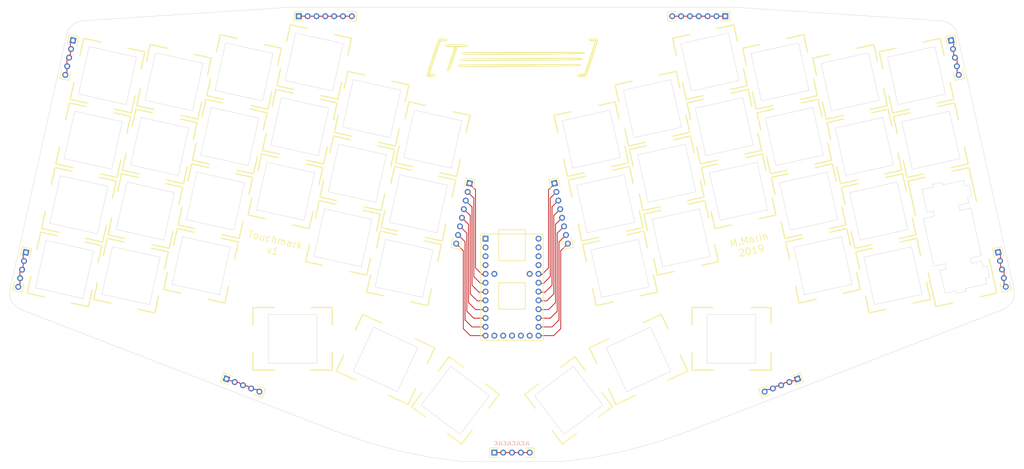
<source format=kicad_pcb>
(kicad_pcb (version 20171130) (host pcbnew "(5.1.4)-1")

  (general
    (thickness 1.6)
    (drawings 631)
    (tracks 127)
    (zones 0)
    (modules 13)
    (nets 26)
  )

  (page A4)
  (layers
    (0 F.Cu signal)
    (31 B.Cu signal)
    (32 B.Adhes user)
    (33 F.Adhes user)
    (34 B.Paste user)
    (35 F.Paste user)
    (36 B.SilkS user)
    (37 F.SilkS user)
    (38 B.Mask user)
    (39 F.Mask user)
    (40 Dwgs.User user)
    (41 Cmts.User user)
    (42 Eco1.User user)
    (43 Eco2.User user)
    (44 Edge.Cuts user)
    (45 Margin user)
    (46 B.CrtYd user)
    (47 F.CrtYd user)
    (48 B.Fab user)
    (49 F.Fab user)
  )

  (setup
    (last_trace_width 0.25)
    (trace_clearance 0.2)
    (zone_clearance 0.508)
    (zone_45_only no)
    (trace_min 0.2)
    (via_size 0.8)
    (via_drill 0.4)
    (via_min_size 0.4)
    (via_min_drill 0.3)
    (uvia_size 0.3)
    (uvia_drill 0.1)
    (uvias_allowed no)
    (uvia_min_size 0.2)
    (uvia_min_drill 0.1)
    (edge_width 0.05)
    (segment_width 0.2)
    (pcb_text_width 0.3)
    (pcb_text_size 1.5 1.5)
    (mod_edge_width 0.12)
    (mod_text_size 1 1)
    (mod_text_width 0.15)
    (pad_size 1.524 1.524)
    (pad_drill 0.762)
    (pad_to_mask_clearance 0.051)
    (solder_mask_min_width 0.25)
    (aux_axis_origin 0 0)
    (visible_elements 7EFFFFFF)
    (pcbplotparams
      (layerselection 0x010f0_ffffffff)
      (usegerberextensions true)
      (usegerberattributes false)
      (usegerberadvancedattributes false)
      (creategerberjobfile false)
      (excludeedgelayer true)
      (linewidth 0.100000)
      (plotframeref false)
      (viasonmask false)
      (mode 1)
      (useauxorigin false)
      (hpglpennumber 1)
      (hpglpenspeed 20)
      (hpglpendiameter 15.000000)
      (psnegative false)
      (psa4output false)
      (plotreference true)
      (plotvalue true)
      (plotinvisibletext false)
      (padsonsilk false)
      (subtractmaskfromsilk false)
      (outputformat 1)
      (mirror false)
      (drillshape 0)
      (scaleselection 1)
      (outputdirectory "gerbers-mx"))
  )

  (net 0 "")
  (net 1 "Net-(J1-Pad1)")
  (net 2 "Net-(J2-Pad1)")
  (net 3 "Net-(J3-Pad1)")
  (net 4 "Net-(J4-Pad1)")
  (net 5 "Net-(J5-Pad1)")
  (net 6 "Net-(J6-Pad1)")
  (net 7 "Net-(J7-Pad1)")
  (net 8 "Net-(J8-Pad1)")
  (net 9 "Net-(J9-Pad1)")
  (net 10 "Net-(J10-Pad1)")
  (net 11 "Net-(J11-Pad1)")
  (net 12 "Net-(J1-Pad8)")
  (net 13 "Net-(J1-Pad7)")
  (net 14 "Net-(J1-Pad6)")
  (net 15 "Net-(J1-Pad5)")
  (net 16 "Net-(J1-Pad4)")
  (net 17 "Net-(J1-Pad3)")
  (net 18 "Net-(J1-Pad2)")
  (net 19 "Net-(J2-Pad2)")
  (net 20 "Net-(J2-Pad3)")
  (net 21 "Net-(J2-Pad4)")
  (net 22 "Net-(J2-Pad5)")
  (net 23 "Net-(J2-Pad6)")
  (net 24 "Net-(J2-Pad7)")
  (net 25 "Net-(J2-Pad8)")

  (net_class Default "This is the default net class."
    (clearance 0.2)
    (trace_width 0.25)
    (via_dia 0.8)
    (via_drill 0.4)
    (uvia_dia 0.3)
    (uvia_drill 0.1)
    (add_net "Net-(J1-Pad1)")
    (add_net "Net-(J1-Pad2)")
    (add_net "Net-(J1-Pad3)")
    (add_net "Net-(J1-Pad4)")
    (add_net "Net-(J1-Pad5)")
    (add_net "Net-(J1-Pad6)")
    (add_net "Net-(J1-Pad7)")
    (add_net "Net-(J1-Pad8)")
    (add_net "Net-(J10-Pad1)")
    (add_net "Net-(J11-Pad1)")
    (add_net "Net-(J2-Pad1)")
    (add_net "Net-(J2-Pad2)")
    (add_net "Net-(J2-Pad3)")
    (add_net "Net-(J2-Pad4)")
    (add_net "Net-(J2-Pad5)")
    (add_net "Net-(J2-Pad6)")
    (add_net "Net-(J2-Pad7)")
    (add_net "Net-(J2-Pad8)")
    (add_net "Net-(J3-Pad1)")
    (add_net "Net-(J4-Pad1)")
    (add_net "Net-(J5-Pad1)")
    (add_net "Net-(J6-Pad1)")
    (add_net "Net-(J7-Pad1)")
    (add_net "Net-(J8-Pad1)")
    (add_net "Net-(J9-Pad1)")
  )

  (module keyboard-logos:touchmark-anon (layer F.Cu) (tedit 0) (tstamp 5EE562F4)
    (at 0 -72)
    (fp_text reference G*** (at 0 0) (layer F.SilkS) hide
      (effects (font (size 1.524 1.524) (thickness 0.3)))
    )
    (fp_text value LOGO (at 0.75 0) (layer F.SilkS) hide
      (effects (font (size 1.524 1.524) (thickness 0.3)))
    )
    (fp_poly (pts (xy 8.796538 -1.679419) (xy 10.992428 -1.67811) (xy 12.90884 -1.675527) (xy 14.564755 -1.671339)
      (xy 15.979157 -1.665214) (xy 17.171027 -1.65682) (xy 18.159346 -1.645825) (xy 18.963097 -1.631898)
      (xy 19.601262 -1.614706) (xy 20.092822 -1.593919) (xy 20.45676 -1.569203) (xy 20.712057 -1.540228)
      (xy 20.877696 -1.506662) (xy 20.972658 -1.468173) (xy 21.015925 -1.424428) (xy 21.02648 -1.375097)
      (xy 21.02649 -1.373038) (xy 21.011558 -1.295292) (xy 20.946329 -1.230842) (xy 20.800152 -1.177761)
      (xy 20.542374 -1.134124) (xy 20.142346 -1.098002) (xy 19.569415 -1.067471) (xy 18.79293 -1.040602)
      (xy 17.78224 -1.015469) (xy 16.506695 -0.990145) (xy 14.935641 -0.962704) (xy 14.340066 -0.952738)
      (xy 12.917329 -0.932209) (xy 11.213941 -0.912899) (xy 9.285675 -0.89516) (xy 7.188303 -0.879344)
      (xy 4.977598 -0.865803) (xy 2.709332 -0.854889) (xy 0.439277 -0.846953) (xy -1.776794 -0.842347)
      (xy -3.327465 -0.84129) (xy -5.532361 -0.841838) (xy -7.424648 -0.843969) (xy -9.028141 -0.848259)
      (xy -10.366654 -0.855287) (xy -11.464001 -0.865632) (xy -12.343996 -0.87987) (xy -13.030453 -0.898581)
      (xy -13.547186 -0.922341) (xy -13.918009 -0.951731) (xy -14.166736 -0.987326) (xy -14.317181 -1.029706)
      (xy -14.393159 -1.079448) (xy -14.41191 -1.110354) (xy -14.38525 -1.415319) (xy -14.280472 -1.528308)
      (xy -14.081852 -1.549365) (xy -13.567786 -1.569479) (xy -12.75925 -1.588472) (xy -11.67722 -1.606166)
      (xy -10.342674 -1.622382) (xy -8.776587 -1.636941) (xy -6.999937 -1.649665) (xy -5.033699 -1.660376)
      (xy -2.89885 -1.668895) (xy -0.616367 -1.675044) (xy 1.792773 -1.678643) (xy 3.490397 -1.679544)
      (xy 6.302189 -1.679786) (xy 8.796538 -1.679419)) (layer F.SilkS) (width 0.01))
    (fp_poly (pts (xy 16.526397 0.0128) (xy 17.52926 0.018344) (xy 18.34543 0.028027) (xy 18.993622 0.041998)
      (xy 19.492551 0.060404) (xy 19.860932 0.083396) (xy 20.117479 0.11112) (xy 20.280906 0.143726)
      (xy 20.36993 0.181362) (xy 20.401223 0.217791) (xy 20.386024 0.529599) (xy 20.301591 0.640662)
      (xy 20.101775 0.667517) (xy 19.578408 0.693831) (xy 18.74436 0.719431) (xy 17.612503 0.744145)
      (xy 16.195709 0.767802) (xy 14.506848 0.790228) (xy 12.558794 0.811252) (xy 10.364416 0.830701)
      (xy 7.936587 0.848403) (xy 5.288178 0.864186) (xy 2.646429 0.876956) (xy -0.215244 0.888796)
      (xy -2.758453 0.897968) (xy -5.00115 0.904313) (xy -6.961287 0.907673) (xy -8.656815 0.90789)
      (xy -10.105685 0.904805) (xy -11.325849 0.898262) (xy -12.335258 0.8881) (xy -13.151863 0.874163)
      (xy -13.793616 0.856293) (xy -14.278467 0.83433) (xy -14.62437 0.808117) (xy -14.849274 0.777496)
      (xy -14.971131 0.742309) (xy -15.000283 0.721502) (xy -15.094939 0.449624) (xy -15.039427 0.344834)
      (xy -14.85371 0.323804) (xy -14.353849 0.301393) (xy -13.56212 0.277939) (xy -12.500797 0.253776)
      (xy -11.192157 0.229241) (xy -9.658474 0.204669) (xy -7.922026 0.180395) (xy -6.005085 0.156756)
      (xy -3.92993 0.134087) (xy -1.718834 0.112724) (xy 0.605927 0.093002) (xy 2.706917 0.077417)
      (xy 5.540643 0.058144) (xy 8.056673 0.041971) (xy 10.273721 0.029046) (xy 12.210503 0.019518)
      (xy 13.885733 0.013536) (xy 15.318126 0.011247) (xy 16.526397 0.0128)) (layer F.SilkS) (width 0.01))
    (fp_poly (pts (xy 11.302713 1.829908) (xy 13.075837 1.832264) (xy 14.699627 1.83662) (xy 16.147096 1.84306)
      (xy 17.39126 1.851666) (xy 18.405133 1.862519) (xy 19.16173 1.875703) (xy 19.634066 1.8913)
      (xy 19.794628 1.908093) (xy 19.830263 2.128167) (xy 19.801598 2.235884) (xy 19.73233 2.287912)
      (xy 19.551117 2.333454) (xy 19.23388 2.373398) (xy 18.756538 2.408633) (xy 18.095011 2.440045)
      (xy 17.225221 2.468524) (xy 16.123085 2.494958) (xy 14.764525 2.520234) (xy 13.12546 2.54524)
      (xy 11.181811 2.570865) (xy 10.487109 2.579394) (xy 8.376382 2.602709) (xy 6.058136 2.62438)
      (xy 3.613691 2.643893) (xy 1.124366 2.660729) (xy -1.32852 2.674374) (xy -3.663645 2.684309)
      (xy -5.799692 2.690018) (xy -7.112233 2.691223) (xy -9.022046 2.690367) (xy -10.622596 2.687154)
      (xy -11.941042 2.68074) (xy -13.00454 2.670281) (xy -13.84025 2.654931) (xy -14.475329 2.633848)
      (xy -14.936934 2.606186) (xy -15.252225 2.571102) (xy -15.448358 2.52775) (xy -15.552491 2.475288)
      (xy -15.587218 2.427766) (xy -15.598793 2.120111) (xy -15.539885 2.016057) (xy -15.356818 1.997017)
      (xy -14.864335 1.978577) (xy -14.089422 1.960817) (xy -13.059065 1.943822) (xy -11.800249 1.927672)
      (xy -10.339959 1.912452) (xy -8.705181 1.898243) (xy -6.922899 1.885127) (xy -5.020099 1.873188)
      (xy -3.023767 1.862507) (xy -0.960887 1.853167) (xy 1.141555 1.845251) (xy 3.256574 1.838841)
      (xy 5.357185 1.834019) (xy 7.416402 1.830867) (xy 9.40724 1.82947) (xy 11.302713 1.829908)) (layer F.SilkS) (width 0.01))
    (fp_poly (pts (xy -15.790019 -3.830694) (xy -14.700833 -3.812863) (xy -13.902873 -3.792794) (xy -13.350957 -3.764898)
      (xy -12.999904 -3.723583) (xy -12.804531 -3.663259) (xy -12.719658 -3.578336) (xy -12.700104 -3.463222)
      (xy -12.7 -3.448344) (xy -12.728872 -3.284611) (xy -12.858837 -3.180364) (xy -13.15492 -3.118383)
      (xy -13.682146 -3.081445) (xy -14.152681 -3.063598) (xy -15.605361 -3.015276) (xy -16.779312 0.384746)
      (xy -17.179219 1.531191) (xy -17.492555 2.39603) (xy -17.736388 3.017718) (xy -17.927789 3.434711)
      (xy -18.083827 3.685464) (xy -18.221573 3.808433) (xy -18.312393 3.83852) (xy -18.602218 3.79635)
      (xy -18.671523 3.580948) (xy -18.619866 3.328399) (xy -18.476191 2.813454) (xy -18.257446 2.092005)
      (xy -17.980579 1.219944) (xy -17.662535 0.253164) (xy -17.662252 0.252318) (xy -17.345989 -0.699826)
      (xy -17.070292 -1.542542) (xy -16.851806 -2.223909) (xy -16.707171 -2.692004) (xy -16.653032 -2.894905)
      (xy -16.65298 -2.896401) (xy -16.807347 -2.95962) (xy -17.215254 -3.006191) (xy -17.793909 -3.027368)
      (xy -17.896573 -3.027815) (xy -18.598447 -3.047445) (xy -19.019828 -3.112804) (xy -19.214711 -3.233596)
      (xy -19.23227 -3.267834) (xy -19.268528 -3.471099) (xy -19.176523 -3.62351) (xy -18.92059 -3.7309)
      (xy -18.465066 -3.799099) (xy -17.77429 -3.833938) (xy -16.812598 -3.84125) (xy -15.790019 -3.830694)) (layer F.SilkS) (width 0.01))
    (fp_poly (pts (xy 24.488762 -5.484231) (xy 24.75926 -5.415422) (xy 24.771818 -5.4054) (xy 24.754663 -5.219)
      (xy 24.643236 -4.760054) (xy 24.45223 -4.074302) (xy 24.196338 -3.207488) (xy 23.890256 -2.205351)
      (xy 23.548676 -1.113635) (xy 23.186294 0.021919) (xy 22.817803 1.155571) (xy 22.457896 2.241578)
      (xy 22.121269 3.234198) (xy 21.822615 4.087691) (xy 21.576627 4.756314) (xy 21.398001 5.194326)
      (xy 21.31974 5.340728) (xy 21.053611 5.472498) (xy 20.580949 5.546303) (xy 20.007357 5.564316)
      (xy 19.438438 5.528712) (xy 18.979796 5.441665) (xy 18.737032 5.30535) (xy 18.728014 5.287369)
      (xy 18.702886 5.0062) (xy 18.911563 4.822352) (xy 19.392346 4.714732) (xy 19.835407 4.677516)
      (xy 20.746973 4.625828) (xy 23.854057 -4.693464) (xy 22.986962 -4.743752) (xy 22.470007 -4.792738)
      (xy 22.208948 -4.885697) (xy 22.123354 -5.058499) (xy 22.119867 -5.130464) (xy 22.153418 -5.305104)
      (xy 22.300538 -5.412243) (xy 22.630931 -5.473508) (xy 23.214302 -5.510525) (xy 23.365157 -5.51683)
      (xy 23.991622 -5.520603) (xy 24.488762 -5.484231)) (layer F.SilkS) (width 0.01))
    (fp_poly (pts (xy -19.780681 -5.51578) (xy -19.155356 -5.480315) (xy -18.795421 -5.422688) (xy -18.629846 -5.319962)
      (xy -18.587598 -5.1492) (xy -18.587417 -5.130464) (xy -18.632988 -4.93642) (xy -18.820172 -4.818477)
      (xy -19.22468 -4.744663) (xy -19.583217 -4.709934) (xy -20.579016 -4.625828) (xy -22.132431 0.033818)
      (xy -23.685846 4.693463) (xy -22.818751 4.743751) (xy -22.301796 4.792738) (xy -22.040737 4.885696)
      (xy -21.955143 5.058498) (xy -21.951656 5.130463) (xy -21.984017 5.302546) (xy -22.126862 5.408954)
      (xy -22.448833 5.470198) (xy -23.018571 5.506787) (xy -23.241155 5.515761) (xy -23.949558 5.518933)
      (xy -24.436874 5.47145) (xy -24.641478 5.385319) (xy -24.61465 5.19293) (xy -24.493519 4.728301)
      (xy -24.293051 4.037374) (xy -24.028208 3.166095) (xy -23.713954 2.160407) (xy -23.365254 1.066254)
      (xy -22.99707 -0.070418) (xy -22.624366 -1.203666) (xy -22.262107 -2.287546) (xy -21.925256 -3.276112)
      (xy -21.628776 -4.123422) (xy -21.387631 -4.783531) (xy -21.216786 -5.210494) (xy -21.145853 -5.347568)
      (xy -20.884718 -5.474303) (xy -20.344899 -5.524469) (xy -19.780681 -5.51578)) (layer F.SilkS) (width 0.01))
  )

  (module keyboard-parts:header_1x07_2.54mm (layer F.Cu) (tedit 5EDEAF98) (tstamp 5DAD388B)
    (at -61.317239 -83.939133 90)
    (path /5DAEB414)
    (fp_text reference J3 (at 0 -2.33 90) (layer F.SilkS) hide
      (effects (font (size 1 1) (thickness 0.15)))
    )
    (fp_text value Conn_01x07 (at 0 17.57 90) (layer F.Fab)
      (effects (font (size 1 1) (thickness 0.15)))
    )
    (fp_line (start 1.35 -1.35) (end 1.35 1.35) (layer F.SilkS) (width 0.25))
    (fp_line (start -1.35 -1.35) (end 1.35 -1.35) (layer F.SilkS) (width 0.25))
    (fp_line (start -1.35 1.35) (end -1.35 -1.35) (layer F.SilkS) (width 0.25))
    (fp_line (start 1.35 16.59) (end 1.35 13.89) (layer F.SilkS) (width 0.25))
    (fp_line (start -1.35 16.59) (end -1.35 13.89) (layer F.SilkS) (width 0.25))
    (fp_text user %R (at 0 7.62) (layer F.Fab)
      (effects (font (size 1 1) (thickness 0.15)))
    )
    (fp_line (start 1.8 -1.8) (end -1.8 -1.8) (layer F.CrtYd) (width 0.05))
    (fp_line (start 1.8 17.05) (end 1.8 -1.8) (layer F.CrtYd) (width 0.05))
    (fp_line (start -1.8 17.05) (end 1.8 17.05) (layer F.CrtYd) (width 0.05))
    (fp_line (start -1.8 -1.8) (end -1.8 17.05) (layer F.CrtYd) (width 0.05))
    (fp_line (start -1.35 16.59) (end 1.35 16.59) (layer F.SilkS) (width 0.25))
    (fp_line (start -1.27 -0.635) (end -0.635 -1.27) (layer F.Fab) (width 0.1))
    (fp_line (start -1.27 16.51) (end -1.27 -0.635) (layer F.Fab) (width 0.1))
    (fp_line (start 1.27 16.51) (end -1.27 16.51) (layer F.Fab) (width 0.1))
    (fp_line (start 1.27 -1.27) (end 1.27 16.51) (layer F.Fab) (width 0.1))
    (fp_line (start -0.635 -1.27) (end 1.27 -1.27) (layer F.Fab) (width 0.1))
    (pad 7 thru_hole oval (at 0 15.24 90) (size 1.7 1.7) (drill 1) (layers *.Cu *.Mask)
      (net 3 "Net-(J3-Pad1)"))
    (pad 6 thru_hole oval (at 0 12.7 90) (size 1.7 1.7) (drill 1) (layers *.Cu *.Mask)
      (net 3 "Net-(J3-Pad1)"))
    (pad 5 thru_hole oval (at 0 10.16 90) (size 1.7 1.7) (drill 1) (layers *.Cu *.Mask)
      (net 3 "Net-(J3-Pad1)"))
    (pad 4 thru_hole oval (at 0 7.62 90) (size 1.7 1.7) (drill 1) (layers *.Cu *.Mask)
      (net 3 "Net-(J3-Pad1)"))
    (pad 3 thru_hole oval (at 0 5.08 90) (size 1.7 1.7) (drill 1) (layers *.Cu *.Mask)
      (net 3 "Net-(J3-Pad1)"))
    (pad 2 thru_hole oval (at 0 2.54 90) (size 1.7 1.7) (drill 1) (layers *.Cu *.Mask)
      (net 3 "Net-(J3-Pad1)"))
    (pad 1 thru_hole rect (at 0 0 90) (size 1.7 1.7) (drill 1) (layers *.Cu *.Mask)
      (net 3 "Net-(J3-Pad1)"))
    (model ${KISYS3DMOD}/Connector_PinHeader_2.54mm.3dshapes/PinHeader_1x07_P2.54mm_Vertical.wrl
      (at (xyz 0 0 0))
      (scale (xyz 1 1 1))
      (rotate (xyz 0 0 0))
    )
  )

  (module keyboard-parts:header_1x05_2.54mm (layer F.Cu) (tedit 5EDEAF9D) (tstamp 5DAD38A5)
    (at -126.260465 -76.981418 347.5)
    (path /5DAEE571)
    (fp_text reference J9 (at 0 -2.33 167.5) (layer F.SilkS) hide
      (effects (font (size 1 1) (thickness 0.15)))
    )
    (fp_text value Conn_01x05 (at 0 12.49 167.5) (layer F.Fab)
      (effects (font (size 1 1) (thickness 0.15)))
    )
    (fp_line (start 1.35 -1.35) (end 1.35 1.35) (layer F.SilkS) (width 0.25))
    (fp_line (start -1.35 -1.35) (end 1.35 -1.35) (layer F.SilkS) (width 0.25))
    (fp_line (start -1.35 1.35) (end -1.35 -1.35) (layer F.SilkS) (width 0.25))
    (fp_line (start -1.35 11.51) (end -1.35 8.81) (layer F.SilkS) (width 0.25))
    (fp_line (start 1.35 11.51) (end 1.35 8.81) (layer F.SilkS) (width 0.25))
    (fp_text user %R (at 0 5.08 77.5) (layer F.Fab)
      (effects (font (size 1 1) (thickness 0.15)))
    )
    (fp_line (start 1.8 -1.8) (end -1.8 -1.8) (layer F.CrtYd) (width 0.05))
    (fp_line (start 1.8 11.95) (end 1.8 -1.8) (layer F.CrtYd) (width 0.05))
    (fp_line (start -1.8 11.95) (end 1.8 11.95) (layer F.CrtYd) (width 0.05))
    (fp_line (start -1.8 -1.8) (end -1.8 11.95) (layer F.CrtYd) (width 0.05))
    (fp_line (start -1.35 11.51) (end 1.35 11.51) (layer F.SilkS) (width 0.25))
    (fp_line (start -1.27 -0.635) (end -0.635 -1.27) (layer F.Fab) (width 0.1))
    (fp_line (start -1.27 11.43) (end -1.27 -0.635) (layer F.Fab) (width 0.1))
    (fp_line (start 1.27 11.43) (end -1.27 11.43) (layer F.Fab) (width 0.1))
    (fp_line (start 1.27 -1.27) (end 1.27 11.43) (layer F.Fab) (width 0.1))
    (fp_line (start -0.635 -1.27) (end 1.27 -1.27) (layer F.Fab) (width 0.1))
    (pad 5 thru_hole oval (at 0 10.16 347.5) (size 1.7 1.7) (drill 1) (layers *.Cu *.Mask)
      (net 9 "Net-(J9-Pad1)"))
    (pad 4 thru_hole oval (at 0 7.62 347.5) (size 1.7 1.7) (drill 1) (layers *.Cu *.Mask)
      (net 9 "Net-(J9-Pad1)"))
    (pad 3 thru_hole oval (at 0 5.08 347.5) (size 1.7 1.7) (drill 1) (layers *.Cu *.Mask)
      (net 9 "Net-(J9-Pad1)"))
    (pad 2 thru_hole oval (at 0 2.54 347.5) (size 1.7 1.7) (drill 1) (layers *.Cu *.Mask)
      (net 9 "Net-(J9-Pad1)"))
    (pad 1 thru_hole rect (at 0 0 347.5) (size 1.7 1.7) (drill 1) (layers *.Cu *.Mask)
      (net 9 "Net-(J9-Pad1)"))
    (model ${KISYS3DMOD}/Connector_PinHeader_2.54mm.3dshapes/PinHeader_1x05_P2.54mm_Vertical.wrl
      (at (xyz 0 0 0))
      (scale (xyz 1 1 1))
      (rotate (xyz 0 0 0))
    )
  )

  (module keyboard-parts:header_1x05_2.54mm (layer F.Cu) (tedit 5EDEAF9D) (tstamp 5DAD3873)
    (at 82.113745 20.461628 291.2)
    (path /5DAF5A49)
    (fp_text reference J6 (at 0 -2.329999 111.2) (layer F.SilkS) hide
      (effects (font (size 1 1) (thickness 0.15)))
    )
    (fp_text value Conn_01x05 (at 0 12.49 111.2) (layer F.Fab)
      (effects (font (size 1 1) (thickness 0.15)))
    )
    (fp_line (start 1.35 -1.35) (end 1.35 1.35) (layer F.SilkS) (width 0.25))
    (fp_line (start -1.35 -1.35) (end 1.35 -1.35) (layer F.SilkS) (width 0.25))
    (fp_line (start -1.35 1.35) (end -1.35 -1.35) (layer F.SilkS) (width 0.25))
    (fp_line (start -1.35 11.51) (end -1.35 8.81) (layer F.SilkS) (width 0.25))
    (fp_line (start 1.35 11.51) (end 1.35 8.81) (layer F.SilkS) (width 0.25))
    (fp_text user %R (at 0 5.08 21.2) (layer F.Fab)
      (effects (font (size 1 1) (thickness 0.15)))
    )
    (fp_line (start 1.8 -1.8) (end -1.8 -1.8) (layer F.CrtYd) (width 0.05))
    (fp_line (start 1.8 11.95) (end 1.8 -1.8) (layer F.CrtYd) (width 0.05))
    (fp_line (start -1.8 11.95) (end 1.8 11.95) (layer F.CrtYd) (width 0.05))
    (fp_line (start -1.8 -1.8) (end -1.8 11.95) (layer F.CrtYd) (width 0.05))
    (fp_line (start -1.35 11.51) (end 1.35 11.51) (layer F.SilkS) (width 0.25))
    (fp_line (start -1.27 -0.635) (end -0.635 -1.27) (layer F.Fab) (width 0.1))
    (fp_line (start -1.27 11.43) (end -1.27 -0.635) (layer F.Fab) (width 0.1))
    (fp_line (start 1.27 11.43) (end -1.27 11.43) (layer F.Fab) (width 0.1))
    (fp_line (start 1.27 -1.27) (end 1.27 11.43) (layer F.Fab) (width 0.1))
    (fp_line (start -0.635 -1.27) (end 1.27 -1.27) (layer F.Fab) (width 0.1))
    (pad 5 thru_hole oval (at 0 10.16 291.2) (size 1.7 1.7) (drill 1) (layers *.Cu *.Mask)
      (net 6 "Net-(J6-Pad1)"))
    (pad 4 thru_hole oval (at 0 7.62 291.2) (size 1.7 1.7) (drill 1) (layers *.Cu *.Mask)
      (net 6 "Net-(J6-Pad1)"))
    (pad 3 thru_hole oval (at 0 5.08 291.2) (size 1.7 1.7) (drill 1) (layers *.Cu *.Mask)
      (net 6 "Net-(J6-Pad1)"))
    (pad 2 thru_hole oval (at 0 2.54 291.2) (size 1.7 1.7) (drill 1) (layers *.Cu *.Mask)
      (net 6 "Net-(J6-Pad1)"))
    (pad 1 thru_hole rect (at 0 0 291.2) (size 1.7 1.7) (drill 1) (layers *.Cu *.Mask)
      (net 6 "Net-(J6-Pad1)"))
    (model ${KISYS3DMOD}/Connector_PinHeader_2.54mm.3dshapes/PinHeader_1x05_P2.54mm_Vertical.wrl
      (at (xyz 0 0 0))
      (scale (xyz 1 1 1))
      (rotate (xyz 0 0 0))
    )
  )

  (module keyboard-parts:header_1x08_2.54mm (layer F.Cu) (tedit 5EDEAF93) (tstamp 5DAD3858)
    (at 12.207803 -35.842612 12.5)
    (path /5DAE18D7)
    (fp_text reference J2 (at 0 -2.33 12.5) (layer F.SilkS) hide
      (effects (font (size 1 1) (thickness 0.15)))
    )
    (fp_text value Conn_01x08 (at 0 20.11 12.5) (layer F.Fab)
      (effects (font (size 1 1) (thickness 0.15)))
    )
    (fp_line (start -1.35 19.13) (end -1.35 16.43) (layer F.SilkS) (width 0.25))
    (fp_line (start 1.35 19.13) (end 1.35 16.43) (layer F.SilkS) (width 0.25))
    (fp_line (start 1.35 -1.35) (end 1.35 1.35) (layer F.SilkS) (width 0.25))
    (fp_line (start -1.35 -1.35) (end 1.35 -1.35) (layer F.SilkS) (width 0.25))
    (fp_line (start -1.35 1.35) (end -1.35 -1.35) (layer F.SilkS) (width 0.25))
    (fp_text user %R (at 0 8.89 102.5) (layer F.Fab)
      (effects (font (size 1 1) (thickness 0.15)))
    )
    (fp_line (start 1.8 -1.8) (end -1.8 -1.8) (layer F.CrtYd) (width 0.05))
    (fp_line (start 1.8 19.55) (end 1.8 -1.8) (layer F.CrtYd) (width 0.05))
    (fp_line (start -1.8 19.55) (end 1.8 19.55) (layer F.CrtYd) (width 0.05))
    (fp_line (start -1.8 -1.8) (end -1.8 19.55) (layer F.CrtYd) (width 0.05))
    (fp_line (start -1.35 19.13) (end 1.35 19.13) (layer F.SilkS) (width 0.25))
    (fp_line (start -1.27 -0.635) (end -0.635 -1.27) (layer F.Fab) (width 0.1))
    (fp_line (start -1.27 19.05) (end -1.27 -0.635) (layer F.Fab) (width 0.1))
    (fp_line (start 1.27 19.05) (end -1.27 19.05) (layer F.Fab) (width 0.1))
    (fp_line (start 1.27 -1.27) (end 1.27 19.05) (layer F.Fab) (width 0.1))
    (fp_line (start -0.635 -1.27) (end 1.27 -1.27) (layer F.Fab) (width 0.1))
    (pad 8 thru_hole oval (at 0 17.78 12.5) (size 1.7 1.7) (drill 1) (layers *.Cu *.Mask)
      (net 25 "Net-(J2-Pad8)"))
    (pad 7 thru_hole oval (at 0 15.24 12.5) (size 1.7 1.7) (drill 1) (layers *.Cu *.Mask)
      (net 24 "Net-(J2-Pad7)"))
    (pad 6 thru_hole oval (at 0 12.7 12.5) (size 1.7 1.7) (drill 1) (layers *.Cu *.Mask)
      (net 23 "Net-(J2-Pad6)"))
    (pad 5 thru_hole oval (at 0 10.16 12.5) (size 1.7 1.7) (drill 1) (layers *.Cu *.Mask)
      (net 22 "Net-(J2-Pad5)"))
    (pad 4 thru_hole oval (at 0 7.62 12.5) (size 1.7 1.7) (drill 1) (layers *.Cu *.Mask)
      (net 21 "Net-(J2-Pad4)"))
    (pad 3 thru_hole oval (at 0 5.08 12.5) (size 1.7 1.7) (drill 1) (layers *.Cu *.Mask)
      (net 20 "Net-(J2-Pad3)"))
    (pad 2 thru_hole oval (at 0 2.54 12.5) (size 1.7 1.7) (drill 1) (layers *.Cu *.Mask)
      (net 19 "Net-(J2-Pad2)"))
    (pad 1 thru_hole rect (at 0 0 12.5) (size 1.7 1.7) (drill 1) (layers *.Cu *.Mask)
      (net 2 "Net-(J2-Pad1)"))
    (model ${KISYS3DMOD}/Connector_PinHeader_2.54mm.3dshapes/PinHeader_1x08_P2.54mm_Vertical.wrl
      (at (xyz 0 0 0))
      (scale (xyz 1 1 1))
      (rotate (xyz 0 0 0))
    )
  )

  (module keyboard-parts:header_1x08_2.54mm (layer F.Cu) (tedit 5EDEAF93) (tstamp 5DAD383D)
    (at -12.207803 -35.842612 347.5)
    (path /5DAE688A)
    (fp_text reference J1 (at 0 -2.33 167.5) (layer F.SilkS) hide
      (effects (font (size 1 1) (thickness 0.15)))
    )
    (fp_text value Conn_01x08 (at 0 20.11 167.5) (layer F.Fab)
      (effects (font (size 1 1) (thickness 0.15)))
    )
    (fp_line (start -1.35 19.13) (end -1.35 16.43) (layer F.SilkS) (width 0.25))
    (fp_line (start 1.35 19.13) (end 1.35 16.43) (layer F.SilkS) (width 0.25))
    (fp_line (start 1.35 -1.35) (end 1.35 1.35) (layer F.SilkS) (width 0.25))
    (fp_line (start -1.35 -1.35) (end 1.35 -1.35) (layer F.SilkS) (width 0.25))
    (fp_line (start -1.35 1.35) (end -1.35 -1.35) (layer F.SilkS) (width 0.25))
    (fp_text user %R (at 0 8.89 77.5) (layer F.Fab)
      (effects (font (size 1 1) (thickness 0.15)))
    )
    (fp_line (start 1.8 -1.8) (end -1.8 -1.8) (layer F.CrtYd) (width 0.05))
    (fp_line (start 1.8 19.55) (end 1.8 -1.8) (layer F.CrtYd) (width 0.05))
    (fp_line (start -1.8 19.55) (end 1.8 19.55) (layer F.CrtYd) (width 0.05))
    (fp_line (start -1.8 -1.8) (end -1.8 19.55) (layer F.CrtYd) (width 0.05))
    (fp_line (start -1.35 19.13) (end 1.35 19.13) (layer F.SilkS) (width 0.25))
    (fp_line (start -1.27 -0.635) (end -0.635 -1.27) (layer F.Fab) (width 0.1))
    (fp_line (start -1.27 19.05) (end -1.27 -0.635) (layer F.Fab) (width 0.1))
    (fp_line (start 1.27 19.05) (end -1.27 19.05) (layer F.Fab) (width 0.1))
    (fp_line (start 1.27 -1.27) (end 1.27 19.05) (layer F.Fab) (width 0.1))
    (fp_line (start -0.635 -1.27) (end 1.27 -1.27) (layer F.Fab) (width 0.1))
    (pad 8 thru_hole oval (at 0 17.78 347.5) (size 1.7 1.7) (drill 1) (layers *.Cu *.Mask)
      (net 12 "Net-(J1-Pad8)"))
    (pad 7 thru_hole oval (at 0 15.24 347.5) (size 1.7 1.7) (drill 1) (layers *.Cu *.Mask)
      (net 13 "Net-(J1-Pad7)"))
    (pad 6 thru_hole oval (at 0 12.7 347.5) (size 1.7 1.7) (drill 1) (layers *.Cu *.Mask)
      (net 14 "Net-(J1-Pad6)"))
    (pad 5 thru_hole oval (at 0 10.16 347.5) (size 1.7 1.7) (drill 1) (layers *.Cu *.Mask)
      (net 15 "Net-(J1-Pad5)"))
    (pad 4 thru_hole oval (at 0 7.62 347.5) (size 1.7 1.7) (drill 1) (layers *.Cu *.Mask)
      (net 16 "Net-(J1-Pad4)"))
    (pad 3 thru_hole oval (at 0 5.08 347.5) (size 1.7 1.7) (drill 1) (layers *.Cu *.Mask)
      (net 17 "Net-(J1-Pad3)"))
    (pad 2 thru_hole oval (at 0 2.54 347.5) (size 1.7 1.7) (drill 1) (layers *.Cu *.Mask)
      (net 18 "Net-(J1-Pad2)"))
    (pad 1 thru_hole rect (at 0 0 347.5) (size 1.7 1.7) (drill 1) (layers *.Cu *.Mask)
      (net 1 "Net-(J1-Pad1)"))
    (model ${KISYS3DMOD}/Connector_PinHeader_2.54mm.3dshapes/PinHeader_1x08_P2.54mm_Vertical.wrl
      (at (xyz 0 0 0))
      (scale (xyz 1 1 1))
      (rotate (xyz 0 0 0))
    )
  )

  (module keyboard-parts:teensy2.0 (layer F.Cu) (tedit 5EE13298) (tstamp 5DAD3402)
    (at 0 -5.95313)
    (path /5DACDE16)
    (fp_text reference U1 (at -3.81 0 -270) (layer F.SilkS) hide
      (effects (font (size 1 1) (thickness 0.15)))
    )
    (fp_text value teensy-2.0 (at 0 10.16) (layer F.Fab)
      (effects (font (size 1 1) (thickness 0.15)))
    )
    (fp_line (start -8.89 -15.24) (end -8.89 15.24) (layer F.CrtYd) (width 0.12))
    (fp_line (start -3.81 -15.24) (end -8.89 -15.24) (layer F.CrtYd) (width 0.12))
    (fp_line (start -3.81 -16.51) (end -3.81 -15.24) (layer F.CrtYd) (width 0.12))
    (fp_line (start 3.81 -16.51) (end -3.81 -16.51) (layer F.CrtYd) (width 0.12))
    (fp_line (start 3.81 -15.24) (end 3.81 -16.51) (layer F.CrtYd) (width 0.12))
    (fp_line (start 8.89 -15.24) (end 3.81 -15.24) (layer F.CrtYd) (width 0.12))
    (fp_line (start 8.89 15.24) (end 8.89 -15.24) (layer F.CrtYd) (width 0.12))
    (fp_line (start -8.89 15.24) (end 8.89 15.24) (layer F.CrtYd) (width 0.12))
    (fp_line (start -8.97 -15.32) (end 8.97 -15.32) (layer F.SilkS) (width 0.25))
    (fp_line (start -8.97 15.32) (end -8.97 -15.32) (layer F.SilkS) (width 0.25))
    (fp_line (start 8.97 15.32) (end -8.97 15.32) (layer F.SilkS) (width 0.25))
    (fp_line (start 8.97 -15.32) (end 8.97 15.32) (layer F.SilkS) (width 0.25))
    (fp_line (start 3.81 -7.62) (end -3.81 -7.62) (layer F.SilkS) (width 0.25))
    (fp_line (start 3.81 -16.51) (end 3.81 -7.62) (layer F.SilkS) (width 0.25))
    (fp_line (start -3.81 -16.51) (end 3.81 -16.51) (layer F.SilkS) (width 0.25))
    (fp_line (start -3.81 -7.62) (end -3.81 -16.51) (layer F.SilkS) (width 0.25))
    (fp_line (start 3.81 -1.27) (end -3.81 -1.27) (layer F.SilkS) (width 0.25))
    (fp_line (start 3.81 6.35) (end 3.81 -1.27) (layer F.SilkS) (width 0.25))
    (fp_line (start -3.81 6.35) (end 3.81 6.35) (layer F.SilkS) (width 0.25))
    (fp_line (start -3.81 -1.27) (end -3.81 6.35) (layer F.SilkS) (width 0.25))
    (pad 31 thru_hole circle (at 5.08 -3.81) (size 1.7 1.7) (drill 1) (layers *.Cu *.Mask))
    (pad 30 thru_hole circle (at -5.08 -3.81) (size 1.7 1.7) (drill 1) (layers *.Cu *.Mask))
    (pad 29 thru_hole circle (at 7.62 -13.97) (size 1.7 1.7) (drill 1) (layers *.Cu *.Mask))
    (pad 28 thru_hole circle (at 7.62 -11.43) (size 1.7 1.7) (drill 1) (layers *.Cu *.Mask))
    (pad 27 thru_hole circle (at 7.62 -8.89) (size 1.7 1.7) (drill 1) (layers *.Cu *.Mask))
    (pad 26 thru_hole circle (at 7.62 -6.35) (size 1.7 1.7) (drill 1) (layers *.Cu *.Mask))
    (pad 25 thru_hole circle (at 7.62 -3.81) (size 1.7 1.7) (drill 1) (layers *.Cu *.Mask)
      (net 2 "Net-(J2-Pad1)"))
    (pad 24 thru_hole circle (at 7.62 -1.27) (size 1.7 1.7) (drill 1) (layers *.Cu *.Mask)
      (net 19 "Net-(J2-Pad2)"))
    (pad 23 thru_hole circle (at 7.62 1.27) (size 1.7 1.7) (drill 1) (layers *.Cu *.Mask)
      (net 20 "Net-(J2-Pad3)"))
    (pad 22 thru_hole circle (at 7.62 3.81) (size 1.7 1.7) (drill 1) (layers *.Cu *.Mask)
      (net 21 "Net-(J2-Pad4)"))
    (pad 21 thru_hole circle (at 7.62 6.35) (size 1.7 1.7) (drill 1) (layers *.Cu *.Mask)
      (net 22 "Net-(J2-Pad5)"))
    (pad 20 thru_hole circle (at 7.62 8.89) (size 1.7 1.7) (drill 1) (layers *.Cu *.Mask)
      (net 23 "Net-(J2-Pad6)"))
    (pad 19 thru_hole circle (at 7.62 11.43) (size 1.7 1.7) (drill 1) (layers *.Cu *.Mask)
      (net 24 "Net-(J2-Pad7)"))
    (pad 18 thru_hole circle (at 7.62 13.97) (size 1.7 1.7) (drill 1) (layers *.Cu *.Mask)
      (net 25 "Net-(J2-Pad8)"))
    (pad 17 thru_hole circle (at 5.08 13.97) (size 1.7 1.7) (drill 1) (layers *.Cu *.Mask))
    (pad 16 thru_hole circle (at 2.54 13.97) (size 1.7 1.7) (drill 1) (layers *.Cu *.Mask))
    (pad 14 thru_hole circle (at -2.54 13.97) (size 1.7 1.7) (drill 1) (layers *.Cu *.Mask))
    (pad 13 thru_hole circle (at -5.08 13.97) (size 1.7 1.7) (drill 1) (layers *.Cu *.Mask))
    (pad 12 thru_hole circle (at -7.62 13.97) (size 1.7 1.7) (drill 1) (layers *.Cu *.Mask)
      (net 12 "Net-(J1-Pad8)"))
    (pad 11 thru_hole circle (at -7.62 11.43) (size 1.7 1.7) (drill 1) (layers *.Cu *.Mask)
      (net 13 "Net-(J1-Pad7)"))
    (pad 10 thru_hole circle (at -7.62 8.89) (size 1.7 1.7) (drill 1) (layers *.Cu *.Mask)
      (net 14 "Net-(J1-Pad6)"))
    (pad 9 thru_hole circle (at -7.62 6.35) (size 1.7 1.7) (drill 1) (layers *.Cu *.Mask)
      (net 15 "Net-(J1-Pad5)"))
    (pad 8 thru_hole circle (at -7.62 3.81) (size 1.7 1.7) (drill 1) (layers *.Cu *.Mask)
      (net 16 "Net-(J1-Pad4)"))
    (pad 7 thru_hole circle (at -7.62 1.27) (size 1.7 1.7) (drill 1) (layers *.Cu *.Mask)
      (net 17 "Net-(J1-Pad3)"))
    (pad 6 thru_hole circle (at -7.62 -1.27) (size 1.7 1.7) (drill 1) (layers *.Cu *.Mask)
      (net 18 "Net-(J1-Pad2)"))
    (pad 5 thru_hole circle (at -7.62 -3.81) (size 1.7 1.7) (drill 1) (layers *.Cu *.Mask)
      (net 1 "Net-(J1-Pad1)"))
    (pad 4 thru_hole circle (at -7.62 -6.35) (size 1.7 1.7) (drill 1) (layers *.Cu *.Mask))
    (pad 3 thru_hole circle (at -7.62 -8.89) (size 1.7 1.7) (drill 1) (layers *.Cu *.Mask))
    (pad 2 thru_hole circle (at -7.62 -11.43) (size 1.7 1.7) (drill 1) (layers *.Cu *.Mask))
    (pad 1 thru_hole rect (at -7.62 -13.97) (size 1.7 1.7) (drill 1) (layers *.Cu *.Mask))
    (pad 15 thru_hole circle (at 0 13.97) (size 1.7 1.7) (drill 1) (layers *.Cu *.Mask))
    (model ${KISYS3DMOD}/Connector_PinSocket_2.54mm.3dshapes/PinSocket_1x12_P2.54mm_Vertical.wrl
      (offset (xyz 7.5 14 0))
      (scale (xyz 1 1 1))
      (rotate (xyz 0 0 0))
    )
    (model ${KISYS3DMOD}/Connector_PinSocket_2.54mm.3dshapes/PinSocket_1x12_P2.54mm_Vertical.wrl
      (offset (xyz -7.5 14 0))
      (scale (xyz 1 1 1))
      (rotate (xyz 0 0 0))
    )
  )

  (module keyboard-parts:header_1x05_2.54mm (layer F.Cu) (tedit 5EDEAF9D) (tstamp 5DAD33B2)
    (at 126.260465 -76.981418 12.5)
    (path /5DAF6FBC)
    (fp_text reference J10 (at 0 -2.33 12.5) (layer F.SilkS) hide
      (effects (font (size 1 1) (thickness 0.15)))
    )
    (fp_text value Conn_01x05 (at 0 12.49 12.5) (layer F.Fab)
      (effects (font (size 1 1) (thickness 0.15)))
    )
    (fp_line (start 1.35 -1.35) (end 1.35 1.35) (layer F.SilkS) (width 0.25))
    (fp_line (start -1.35 -1.35) (end 1.35 -1.35) (layer F.SilkS) (width 0.25))
    (fp_line (start -1.35 1.35) (end -1.35 -1.35) (layer F.SilkS) (width 0.25))
    (fp_line (start -1.35 11.51) (end -1.35 8.81) (layer F.SilkS) (width 0.25))
    (fp_line (start 1.35 11.51) (end 1.35 8.81) (layer F.SilkS) (width 0.25))
    (fp_text user %R (at 0 5.08 102.5) (layer F.Fab)
      (effects (font (size 1 1) (thickness 0.15)))
    )
    (fp_line (start 1.8 -1.8) (end -1.8 -1.8) (layer F.CrtYd) (width 0.05))
    (fp_line (start 1.8 11.95) (end 1.8 -1.8) (layer F.CrtYd) (width 0.05))
    (fp_line (start -1.8 11.95) (end 1.8 11.95) (layer F.CrtYd) (width 0.05))
    (fp_line (start -1.8 -1.8) (end -1.8 11.95) (layer F.CrtYd) (width 0.05))
    (fp_line (start -1.35 11.51) (end 1.35 11.51) (layer F.SilkS) (width 0.25))
    (fp_line (start -1.27 -0.635) (end -0.635 -1.27) (layer F.Fab) (width 0.1))
    (fp_line (start -1.27 11.43) (end -1.27 -0.635) (layer F.Fab) (width 0.1))
    (fp_line (start 1.27 11.43) (end -1.27 11.43) (layer F.Fab) (width 0.1))
    (fp_line (start 1.27 -1.27) (end 1.27 11.43) (layer F.Fab) (width 0.1))
    (fp_line (start -0.635 -1.27) (end 1.27 -1.27) (layer F.Fab) (width 0.1))
    (pad 5 thru_hole oval (at 0 10.16 12.5) (size 1.7 1.7) (drill 1) (layers *.Cu *.Mask)
      (net 10 "Net-(J10-Pad1)"))
    (pad 4 thru_hole oval (at 0 7.62 12.5) (size 1.7 1.7) (drill 1) (layers *.Cu *.Mask)
      (net 10 "Net-(J10-Pad1)"))
    (pad 3 thru_hole oval (at 0 5.08 12.5) (size 1.7 1.7) (drill 1) (layers *.Cu *.Mask)
      (net 10 "Net-(J10-Pad1)"))
    (pad 2 thru_hole oval (at 0 2.54 12.5) (size 1.7 1.7) (drill 1) (layers *.Cu *.Mask)
      (net 10 "Net-(J10-Pad1)"))
    (pad 1 thru_hole rect (at 0 0 12.5) (size 1.7 1.7) (drill 1) (layers *.Cu *.Mask)
      (net 10 "Net-(J10-Pad1)"))
    (model ${KISYS3DMOD}/Connector_PinHeader_2.54mm.3dshapes/PinHeader_1x05_P2.54mm_Vertical.wrl
      (at (xyz 0 0 0))
      (scale (xyz 1 1 1))
      (rotate (xyz 0 0 0))
    )
  )

  (module keyboard-parts:header_1x07_2.54mm (layer F.Cu) (tedit 5EDEAF98) (tstamp 5DAD3399)
    (at 61.317239 -83.939133 270)
    (path /5DAECDBF)
    (fp_text reference J5 (at 0 -2.33 90) (layer F.SilkS) hide
      (effects (font (size 1 1) (thickness 0.15)))
    )
    (fp_text value Conn_01x07 (at 0 17.57 90) (layer F.Fab)
      (effects (font (size 1 1) (thickness 0.15)))
    )
    (fp_line (start 1.35 -1.35) (end 1.35 1.35) (layer F.SilkS) (width 0.25))
    (fp_line (start -1.35 -1.35) (end 1.35 -1.35) (layer F.SilkS) (width 0.25))
    (fp_line (start -1.35 1.35) (end -1.35 -1.35) (layer F.SilkS) (width 0.25))
    (fp_line (start 1.35 16.59) (end 1.35 13.89) (layer F.SilkS) (width 0.25))
    (fp_line (start -1.35 16.59) (end -1.35 13.89) (layer F.SilkS) (width 0.25))
    (fp_text user %R (at 0 7.62) (layer F.Fab)
      (effects (font (size 1 1) (thickness 0.15)))
    )
    (fp_line (start 1.8 -1.8) (end -1.8 -1.8) (layer F.CrtYd) (width 0.05))
    (fp_line (start 1.8 17.05) (end 1.8 -1.8) (layer F.CrtYd) (width 0.05))
    (fp_line (start -1.8 17.05) (end 1.8 17.05) (layer F.CrtYd) (width 0.05))
    (fp_line (start -1.8 -1.8) (end -1.8 17.05) (layer F.CrtYd) (width 0.05))
    (fp_line (start -1.35 16.59) (end 1.35 16.59) (layer F.SilkS) (width 0.25))
    (fp_line (start -1.27 -0.635) (end -0.635 -1.27) (layer F.Fab) (width 0.1))
    (fp_line (start -1.27 16.51) (end -1.27 -0.635) (layer F.Fab) (width 0.1))
    (fp_line (start 1.27 16.51) (end -1.27 16.51) (layer F.Fab) (width 0.1))
    (fp_line (start 1.27 -1.27) (end 1.27 16.51) (layer F.Fab) (width 0.1))
    (fp_line (start -0.635 -1.27) (end 1.27 -1.27) (layer F.Fab) (width 0.1))
    (pad 7 thru_hole oval (at 0 15.24 270) (size 1.7 1.7) (drill 1) (layers *.Cu *.Mask)
      (net 5 "Net-(J5-Pad1)"))
    (pad 6 thru_hole oval (at 0 12.7 270) (size 1.7 1.7) (drill 1) (layers *.Cu *.Mask)
      (net 5 "Net-(J5-Pad1)"))
    (pad 5 thru_hole oval (at 0 10.16 270) (size 1.7 1.7) (drill 1) (layers *.Cu *.Mask)
      (net 5 "Net-(J5-Pad1)"))
    (pad 4 thru_hole oval (at 0 7.62 270) (size 1.7 1.7) (drill 1) (layers *.Cu *.Mask)
      (net 5 "Net-(J5-Pad1)"))
    (pad 3 thru_hole oval (at 0 5.08 270) (size 1.7 1.7) (drill 1) (layers *.Cu *.Mask)
      (net 5 "Net-(J5-Pad1)"))
    (pad 2 thru_hole oval (at 0 2.54 270) (size 1.7 1.7) (drill 1) (layers *.Cu *.Mask)
      (net 5 "Net-(J5-Pad1)"))
    (pad 1 thru_hole rect (at 0 0 270) (size 1.7 1.7) (drill 1) (layers *.Cu *.Mask)
      (net 5 "Net-(J5-Pad1)"))
    (model ${KISYS3DMOD}/Connector_PinHeader_2.54mm.3dshapes/PinHeader_1x07_P2.54mm_Vertical.wrl
      (at (xyz 0 0 0))
      (scale (xyz 1 1 1))
      (rotate (xyz 0 0 0))
    )
  )

  (module keyboard-parts:header_1x05_2.54mm (layer F.Cu) (tedit 5EDEAF9D) (tstamp 5DAD337E)
    (at -139.789643 -15.955239 347.5)
    (path /5DAEFE4D)
    (fp_text reference J8 (at 0 -2.33 167.5) (layer F.SilkS) hide
      (effects (font (size 1 1) (thickness 0.15)))
    )
    (fp_text value Conn_01x05 (at 0 12.49 167.5) (layer F.Fab)
      (effects (font (size 1 1) (thickness 0.15)))
    )
    (fp_line (start 1.35 -1.35) (end 1.35 1.35) (layer F.SilkS) (width 0.25))
    (fp_line (start -1.35 -1.35) (end 1.35 -1.35) (layer F.SilkS) (width 0.25))
    (fp_line (start -1.35 1.35) (end -1.35 -1.35) (layer F.SilkS) (width 0.25))
    (fp_line (start -1.35 11.51) (end -1.35 8.81) (layer F.SilkS) (width 0.25))
    (fp_line (start 1.35 11.51) (end 1.35 8.81) (layer F.SilkS) (width 0.25))
    (fp_text user %R (at 0 5.08 77.5) (layer F.Fab)
      (effects (font (size 1 1) (thickness 0.15)))
    )
    (fp_line (start 1.8 -1.8) (end -1.8 -1.8) (layer F.CrtYd) (width 0.05))
    (fp_line (start 1.8 11.95) (end 1.8 -1.8) (layer F.CrtYd) (width 0.05))
    (fp_line (start -1.8 11.95) (end 1.8 11.95) (layer F.CrtYd) (width 0.05))
    (fp_line (start -1.8 -1.8) (end -1.8 11.95) (layer F.CrtYd) (width 0.05))
    (fp_line (start -1.35 11.51) (end 1.35 11.51) (layer F.SilkS) (width 0.25))
    (fp_line (start -1.27 -0.635) (end -0.635 -1.27) (layer F.Fab) (width 0.1))
    (fp_line (start -1.27 11.43) (end -1.27 -0.635) (layer F.Fab) (width 0.1))
    (fp_line (start 1.27 11.43) (end -1.27 11.43) (layer F.Fab) (width 0.1))
    (fp_line (start 1.27 -1.27) (end 1.27 11.43) (layer F.Fab) (width 0.1))
    (fp_line (start -0.635 -1.27) (end 1.27 -1.27) (layer F.Fab) (width 0.1))
    (pad 5 thru_hole oval (at 0 10.16 347.5) (size 1.7 1.7) (drill 1) (layers *.Cu *.Mask)
      (net 8 "Net-(J8-Pad1)"))
    (pad 4 thru_hole oval (at 0 7.62 347.5) (size 1.7 1.7) (drill 1) (layers *.Cu *.Mask)
      (net 8 "Net-(J8-Pad1)"))
    (pad 3 thru_hole oval (at 0 5.08 347.5) (size 1.7 1.7) (drill 1) (layers *.Cu *.Mask)
      (net 8 "Net-(J8-Pad1)"))
    (pad 2 thru_hole oval (at 0 2.54 347.5) (size 1.7 1.7) (drill 1) (layers *.Cu *.Mask)
      (net 8 "Net-(J8-Pad1)"))
    (pad 1 thru_hole rect (at 0 0 347.5) (size 1.7 1.7) (drill 1) (layers *.Cu *.Mask)
      (net 8 "Net-(J8-Pad1)"))
    (model ${KISYS3DMOD}/Connector_PinHeader_2.54mm.3dshapes/PinHeader_1x05_P2.54mm_Vertical.wrl
      (at (xyz 0 0 0))
      (scale (xyz 1 1 1))
      (rotate (xyz 0 0 0))
    )
  )

  (module keyboard-parts:header_1x05_2.54mm (layer F.Cu) (tedit 5EDEAF9D) (tstamp 5DAD3365)
    (at -5.08 41.67191 90)
    (path /5DAF184E)
    (fp_text reference J7 (at 0 -2.33 90) (layer F.SilkS) hide
      (effects (font (size 1 1) (thickness 0.15)))
    )
    (fp_text value Conn_01x05 (at 0 12.49 90) (layer F.Fab)
      (effects (font (size 1 1) (thickness 0.15)))
    )
    (fp_line (start 1.35 -1.35) (end 1.35 1.35) (layer F.SilkS) (width 0.25))
    (fp_line (start -1.35 -1.35) (end 1.35 -1.35) (layer F.SilkS) (width 0.25))
    (fp_line (start -1.35 1.35) (end -1.35 -1.35) (layer F.SilkS) (width 0.25))
    (fp_line (start -1.35 11.51) (end -1.35 8.81) (layer F.SilkS) (width 0.25))
    (fp_line (start 1.35 11.51) (end 1.35 8.81) (layer F.SilkS) (width 0.25))
    (fp_text user %R (at 0 5.08) (layer F.Fab)
      (effects (font (size 1 1) (thickness 0.15)))
    )
    (fp_line (start 1.8 -1.8) (end -1.8 -1.8) (layer F.CrtYd) (width 0.05))
    (fp_line (start 1.8 11.95) (end 1.8 -1.8) (layer F.CrtYd) (width 0.05))
    (fp_line (start -1.8 11.95) (end 1.8 11.95) (layer F.CrtYd) (width 0.05))
    (fp_line (start -1.8 -1.8) (end -1.8 11.95) (layer F.CrtYd) (width 0.05))
    (fp_line (start -1.35 11.51) (end 1.35 11.51) (layer F.SilkS) (width 0.25))
    (fp_line (start -1.27 -0.635) (end -0.635 -1.27) (layer F.Fab) (width 0.1))
    (fp_line (start -1.27 11.43) (end -1.27 -0.635) (layer F.Fab) (width 0.1))
    (fp_line (start 1.27 11.43) (end -1.27 11.43) (layer F.Fab) (width 0.1))
    (fp_line (start 1.27 -1.27) (end 1.27 11.43) (layer F.Fab) (width 0.1))
    (fp_line (start -0.635 -1.27) (end 1.27 -1.27) (layer F.Fab) (width 0.1))
    (pad 5 thru_hole oval (at 0 10.16 90) (size 1.7 1.7) (drill 1) (layers *.Cu *.Mask)
      (net 7 "Net-(J7-Pad1)"))
    (pad 4 thru_hole oval (at 0 7.62 90) (size 1.7 1.7) (drill 1) (layers *.Cu *.Mask)
      (net 7 "Net-(J7-Pad1)"))
    (pad 3 thru_hole oval (at 0 5.08 90) (size 1.7 1.7) (drill 1) (layers *.Cu *.Mask)
      (net 7 "Net-(J7-Pad1)"))
    (pad 2 thru_hole oval (at 0 2.54 90) (size 1.7 1.7) (drill 1) (layers *.Cu *.Mask)
      (net 7 "Net-(J7-Pad1)"))
    (pad 1 thru_hole rect (at 0 0 90) (size 1.7 1.7) (drill 1) (layers *.Cu *.Mask)
      (net 7 "Net-(J7-Pad1)"))
    (model ${KISYS3DMOD}/Connector_PinHeader_2.54mm.3dshapes/PinHeader_1x05_P2.54mm_Vertical.wrl
      (at (xyz 0 0 0))
      (scale (xyz 1 1 1))
      (rotate (xyz 0 0 0))
    )
  )

  (module keyboard-parts:header_1x05_2.54mm (layer F.Cu) (tedit 5EDEAF9D) (tstamp 5DAD3314)
    (at -82.113745 20.461628 68.8)
    (path /5DAF4771)
    (fp_text reference J4 (at 0 -2.329999 68.8) (layer F.SilkS) hide
      (effects (font (size 1 1) (thickness 0.15)))
    )
    (fp_text value Conn_01x05 (at 0 12.49 68.8) (layer F.Fab)
      (effects (font (size 1 1) (thickness 0.15)))
    )
    (fp_line (start 1.35 -1.35) (end 1.35 1.35) (layer F.SilkS) (width 0.25))
    (fp_line (start -1.35 -1.35) (end 1.35 -1.35) (layer F.SilkS) (width 0.25))
    (fp_line (start -1.35 1.35) (end -1.35 -1.35) (layer F.SilkS) (width 0.25))
    (fp_line (start -1.35 11.51) (end -1.35 8.81) (layer F.SilkS) (width 0.25))
    (fp_line (start 1.35 11.51) (end 1.35 8.81) (layer F.SilkS) (width 0.25))
    (fp_text user %R (at 0 5.08 158.8) (layer F.Fab)
      (effects (font (size 1 1) (thickness 0.15)))
    )
    (fp_line (start 1.8 -1.8) (end -1.8 -1.8) (layer F.CrtYd) (width 0.05))
    (fp_line (start 1.8 11.95) (end 1.8 -1.8) (layer F.CrtYd) (width 0.05))
    (fp_line (start -1.8 11.95) (end 1.8 11.95) (layer F.CrtYd) (width 0.05))
    (fp_line (start -1.8 -1.8) (end -1.8 11.95) (layer F.CrtYd) (width 0.05))
    (fp_line (start -1.35 11.51) (end 1.35 11.51) (layer F.SilkS) (width 0.25))
    (fp_line (start -1.27 -0.635) (end -0.635 -1.27) (layer F.Fab) (width 0.1))
    (fp_line (start -1.27 11.43) (end -1.27 -0.635) (layer F.Fab) (width 0.1))
    (fp_line (start 1.27 11.43) (end -1.27 11.43) (layer F.Fab) (width 0.1))
    (fp_line (start 1.27 -1.27) (end 1.27 11.43) (layer F.Fab) (width 0.1))
    (fp_line (start -0.635 -1.27) (end 1.27 -1.27) (layer F.Fab) (width 0.1))
    (pad 5 thru_hole oval (at 0 10.16 68.8) (size 1.7 1.7) (drill 1) (layers *.Cu *.Mask)
      (net 4 "Net-(J4-Pad1)"))
    (pad 4 thru_hole oval (at 0 7.62 68.8) (size 1.7 1.7) (drill 1) (layers *.Cu *.Mask)
      (net 4 "Net-(J4-Pad1)"))
    (pad 3 thru_hole oval (at 0 5.08 68.8) (size 1.7 1.7) (drill 1) (layers *.Cu *.Mask)
      (net 4 "Net-(J4-Pad1)"))
    (pad 2 thru_hole oval (at 0 2.54 68.8) (size 1.7 1.7) (drill 1) (layers *.Cu *.Mask)
      (net 4 "Net-(J4-Pad1)"))
    (pad 1 thru_hole rect (at 0 0 68.8) (size 1.7 1.7) (drill 1) (layers *.Cu *.Mask)
      (net 4 "Net-(J4-Pad1)"))
    (model ${KISYS3DMOD}/Connector_PinHeader_2.54mm.3dshapes/PinHeader_1x05_P2.54mm_Vertical.wrl
      (at (xyz 0 0 0))
      (scale (xyz 1 1 1))
      (rotate (xyz 0 0 0))
    )
  )

  (module keyboard-parts:header_1x05_2.54mm (layer F.Cu) (tedit 5EDEAF9D) (tstamp 5DAD33CB)
    (at 139.781055 -15.993977 12.5)
    (path /5DAF83BC)
    (fp_text reference J11 (at 0 -2.33 12.5) (layer F.SilkS) hide
      (effects (font (size 1 1) (thickness 0.15)))
    )
    (fp_text value Conn_01x05 (at 0 12.49 12.5) (layer F.Fab)
      (effects (font (size 1 1) (thickness 0.15)))
    )
    (fp_line (start 1.35 -1.35) (end 1.35 1.35) (layer F.SilkS) (width 0.25))
    (fp_line (start -1.35 -1.35) (end 1.35 -1.35) (layer F.SilkS) (width 0.25))
    (fp_line (start -1.35 1.35) (end -1.35 -1.35) (layer F.SilkS) (width 0.25))
    (fp_line (start -1.35 11.51) (end -1.35 8.81) (layer F.SilkS) (width 0.25))
    (fp_line (start 1.35 11.51) (end 1.35 8.81) (layer F.SilkS) (width 0.25))
    (fp_text user %R (at 0 5.08 102.5) (layer F.Fab)
      (effects (font (size 1 1) (thickness 0.15)))
    )
    (fp_line (start 1.8 -1.8) (end -1.8 -1.8) (layer F.CrtYd) (width 0.05))
    (fp_line (start 1.8 11.95) (end 1.8 -1.8) (layer F.CrtYd) (width 0.05))
    (fp_line (start -1.8 11.95) (end 1.8 11.95) (layer F.CrtYd) (width 0.05))
    (fp_line (start -1.8 -1.8) (end -1.8 11.95) (layer F.CrtYd) (width 0.05))
    (fp_line (start -1.35 11.51) (end 1.35 11.51) (layer F.SilkS) (width 0.25))
    (fp_line (start -1.27 -0.635) (end -0.635 -1.27) (layer F.Fab) (width 0.1))
    (fp_line (start -1.27 11.43) (end -1.27 -0.635) (layer F.Fab) (width 0.1))
    (fp_line (start 1.27 11.43) (end -1.27 11.43) (layer F.Fab) (width 0.1))
    (fp_line (start 1.27 -1.27) (end 1.27 11.43) (layer F.Fab) (width 0.1))
    (fp_line (start -0.635 -1.27) (end 1.27 -1.27) (layer F.Fab) (width 0.1))
    (pad 5 thru_hole oval (at 0 10.16 12.5) (size 1.7 1.7) (drill 1) (layers *.Cu *.Mask)
      (net 11 "Net-(J11-Pad1)"))
    (pad 4 thru_hole oval (at 0 7.62 12.5) (size 1.7 1.7) (drill 1) (layers *.Cu *.Mask)
      (net 11 "Net-(J11-Pad1)"))
    (pad 3 thru_hole oval (at 0 5.08 12.5) (size 1.7 1.7) (drill 1) (layers *.Cu *.Mask)
      (net 11 "Net-(J11-Pad1)"))
    (pad 2 thru_hole oval (at 0 2.54 12.5) (size 1.7 1.7) (drill 1) (layers *.Cu *.Mask)
      (net 11 "Net-(J11-Pad1)"))
    (pad 1 thru_hole rect (at 0 0 12.5) (size 1.7 1.7) (drill 1) (layers *.Cu *.Mask)
      (net 11 "Net-(J11-Pad1)"))
    (model ${KISYS3DMOD}/Connector_PinHeader_2.54mm.3dshapes/PinHeader_1x05_P2.54mm_Vertical.wrl
      (at (xyz 0 0 0))
      (scale (xyz 1 1 1))
      (rotate (xyz 0 0 0))
    )
  )

  (gr_line (start 123.067 -10.8279) (end 124.528 -4.23794) (layer Edge.Cuts) (width 0.1))
  (gr_line (start 124.528 -4.23794) (end 127.681 -4.93704) (layer Edge.Cuts) (width 0.1))
  (gr_line (start 127.681 -4.93704) (end 127.854 -4.15601) (layer Edge.Cuts) (width 0.1))
  (gr_line (start 127.854 -4.15601) (end 130.588 -4.76204) (layer Edge.Cuts) (width 0.1))
  (gr_line (start 130.588 -4.76204) (end 130.414999 -5.54307) (layer Edge.Cuts) (width 0.1))
  (gr_line (start 130.414999 -5.54307) (end 136.536 -6.90015) (layer Edge.Cuts) (width 0.1))
  (gr_line (start 136.536 -6.90015) (end 136.163 -8.58426) (layer Edge.Cuts) (width 0.1))
  (gr_line (start 136.163 -8.58426) (end 137.334 -8.84399) (layer Edge.Cuts) (width 0.1))
  (gr_line (start 137.334 -8.84399) (end 136.62 -12.0658) (layer Edge.Cuts) (width 0.1))
  (gr_line (start 136.62 -12.0658) (end 135.448 -11.806) (layer Edge.Cuts) (width 0.1))
  (gr_line (start 135.448 -11.806) (end 135.075 -13.4901) (layer Edge.Cuts) (width 0.1))
  (gr_line (start 135.075 -13.4901) (end 132.078 -12.8257) (layer Edge.Cuts) (width 0.1))
  (gr_line (start 132.078 -12.8257) (end 131.747 -14.3194) (layer Edge.Cuts) (width 0.1))
  (gr_line (start 131.747 -14.3194) (end 134.968 -15.0337) (layer Edge.Cuts) (width 0.1))
  (gr_line (start 134.968 -15.0337) (end 131.937999 -28.7018) (layer Edge.Cuts) (width 0.1))
  (gr_line (start 131.937999 -28.7018) (end 128.717 -27.9876) (layer Edge.Cuts) (width 0.1))
  (gr_line (start 128.717 -27.9876) (end 128.384999 -29.4813) (layer Edge.Cuts) (width 0.1))
  (gr_line (start 128.384999 -29.4813) (end 131.383 -30.1458) (layer Edge.Cuts) (width 0.1))
  (gr_line (start 131.383 -30.1458) (end 131.008999 -31.8299) (layer Edge.Cuts) (width 0.1))
  (gr_line (start 131.008999 -31.8299) (end 132.181 -32.089599) (layer Edge.Cuts) (width 0.1))
  (gr_line (start 132.181 -32.089599) (end 131.467 -35.3114) (layer Edge.Cuts) (width 0.1))
  (gr_line (start 131.467 -35.3114) (end 130.294999 -35.0516) (layer Edge.Cuts) (width 0.1))
  (gr_line (start 130.294999 -35.0516) (end 129.922 -36.7358) (layer Edge.Cuts) (width 0.1))
  (gr_line (start 129.922 -36.7358) (end 123.8 -35.3787) (layer Edge.Cuts) (width 0.1))
  (gr_line (start 123.8 -35.3787) (end 123.627 -36.1597) (layer Edge.Cuts) (width 0.1))
  (gr_line (start 123.627 -36.1597) (end 120.893 -35.5537) (layer Edge.Cuts) (width 0.1))
  (gr_line (start 120.893 -35.5537) (end 121.067 -34.7726) (layer Edge.Cuts) (width 0.1))
  (gr_line (start 121.067 -34.7726) (end 117.913 -34.0735) (layer Edge.Cuts) (width 0.1))
  (gr_line (start 117.913 -34.0735) (end 119.374 -27.4835) (layer Edge.Cuts) (width 0.1))
  (gr_line (start 119.374 -27.4835) (end 121.161 -27.8796) (layer Edge.Cuts) (width 0.1))
  (gr_line (start 121.161 -27.8796) (end 121.492 -26.3859) (layer Edge.Cuts) (width 0.1))
  (gr_line (start 121.492 -26.3859) (end 118.27 -25.6717) (layer Edge.Cuts) (width 0.1))
  (gr_line (start 118.27 -25.6717) (end 121.3 -12.0035) (layer Edge.Cuts) (width 0.1))
  (gr_line (start 121.3 -12.0035) (end 124.522 -12.7178) (layer Edge.Cuts) (width 0.1))
  (gr_line (start 124.522 -12.7178) (end 124.853 -11.224) (layer Edge.Cuts) (width 0.1))
  (gr_line (start 124.853 -11.224) (end 123.067 -10.8279) (layer Edge.Cuts) (width 0.1))
  (gr_line (start 115.116 -39.9012) (end 128.783999 -42.9313) (layer Edge.Cuts) (width 0.1))
  (gr_line (start 128.783999 -42.9313) (end 125.754 -56.5995) (layer Edge.Cuts) (width 0.1))
  (gr_line (start 125.754 -56.5995) (end 112.085 -53.5693) (layer Edge.Cuts) (width 0.1))
  (gr_line (start 112.085 -53.5693) (end 115.116 -39.9012) (layer Edge.Cuts) (width 0.1))
  (gr_line (start 110.992 -58.4996) (end 124.661 -61.5298) (layer Edge.Cuts) (width 0.1))
  (gr_line (start 124.661 -61.5298) (end 121.63 -75.1979) (layer Edge.Cuts) (width 0.1))
  (gr_line (start 121.63 -75.1979) (end 107.962 -72.1677) (layer Edge.Cuts) (width 0.1))
  (gr_line (start 107.962 -72.1677) (end 110.992 -58.4996) (layer Edge.Cuts) (width 0.1))
  (gr_line (start 104.248 -0.905917) (end 117.916 -3.93607) (layer Edge.Cuts) (width 0.1))
  (gr_line (start 117.916 -3.93607) (end 114.886 -17.6042) (layer Edge.Cuts) (width 0.1))
  (gr_line (start 114.886 -17.6042) (end 101.218 -14.5741) (layer Edge.Cuts) (width 0.1))
  (gr_line (start 101.218 -14.5741) (end 104.248 -0.905917) (layer Edge.Cuts) (width 0.1))
  (gr_line (start 100.125 -19.5044) (end 113.793 -22.5345) (layer Edge.Cuts) (width 0.1))
  (gr_line (start 113.793 -22.5345) (end 110.763 -36.2027) (layer Edge.Cuts) (width 0.1))
  (gr_line (start 110.763 -36.2027) (end 97.0947 -33.1725) (layer Edge.Cuts) (width 0.1))
  (gr_line (start 97.0947 -33.1725) (end 100.125 -19.5044) (layer Edge.Cuts) (width 0.1))
  (gr_line (start 96.0017 -38.1028) (end 109.67 -41.1329) (layer Edge.Cuts) (width 0.1))
  (gr_line (start 109.67 -41.1329) (end 106.64 -54.8011) (layer Edge.Cuts) (width 0.1))
  (gr_line (start 106.64 -54.8011) (end 92.9716 -51.7709) (layer Edge.Cuts) (width 0.1))
  (gr_line (start 92.9716 -51.7709) (end 96.0017 -38.1028) (layer Edge.Cuts) (width 0.1))
  (gr_line (start 91.8785 -56.7012) (end 105.547 -59.7314) (layer Edge.Cuts) (width 0.1))
  (gr_line (start 105.547 -59.7314) (end 102.517 -73.3995) (layer Edge.Cuts) (width 0.1))
  (gr_line (start 102.517 -73.3995) (end 88.8484 -70.3694) (layer Edge.Cuts) (width 0.1))
  (gr_line (start 88.8484 -70.3694) (end 91.8785 -56.7012) (layer Edge.Cuts) (width 0.1))
  (gr_line (start 84.1034 -3.75716) (end 97.7716 -6.78731) (layer Edge.Cuts) (width 0.1))
  (gr_line (start 97.7716 -6.78731) (end 94.7414 -20.4555) (layer Edge.Cuts) (width 0.1))
  (gr_line (start 94.7414 -20.4555) (end 81.0733 -17.4253) (layer Edge.Cuts) (width 0.1))
  (gr_line (start 81.0733 -17.4253) (end 84.1034 -3.75716) (layer Edge.Cuts) (width 0.1))
  (gr_line (start 79.9803 -22.3556) (end 93.6484 -25.3857) (layer Edge.Cuts) (width 0.1))
  (gr_line (start 93.6484 -25.3857) (end 90.6183 -39.0539) (layer Edge.Cuts) (width 0.1))
  (gr_line (start 90.6183 -39.0539) (end 76.9501 -36.0237) (layer Edge.Cuts) (width 0.1))
  (gr_line (start 76.9501 -36.0237) (end 79.9803 -22.3556) (layer Edge.Cuts) (width 0.1))
  (gr_line (start 75.8571 -40.954) (end 89.5252 -43.9842) (layer Edge.Cuts) (width 0.1))
  (gr_line (start 89.5252 -43.9842) (end 86.4951 -57.6523) (layer Edge.Cuts) (width 0.1))
  (gr_line (start 86.4951 -57.6523) (end 72.8269 -54.6222) (layer Edge.Cuts) (width 0.1))
  (gr_line (start 72.8269 -54.6222) (end 75.8571 -40.954) (layer Edge.Cuts) (width 0.1))
  (gr_line (start 71.7339 -59.5525) (end 85.4021 -62.5826) (layer Edge.Cuts) (width 0.1))
  (gr_line (start 85.4021 -62.5826) (end 82.3719 -76.2508) (layer Edge.Cuts) (width 0.1))
  (gr_line (start 82.3719 -76.2508) (end 68.7038 -73.2206) (layer Edge.Cuts) (width 0.1))
  (gr_line (start 68.7038 -73.2206) (end 71.7339 -59.5525) (layer Edge.Cuts) (width 0.1))
  (gr_line (start 56.1032 15.9297) (end 70.1032 15.9297) (layer Edge.Cuts) (width 0.1))
  (gr_line (start 70.1032 15.9297) (end 70.1032 1.92969) (layer Edge.Cuts) (width 0.1))
  (gr_line (start 70.1032 1.92969) (end 56.1032 1.92969) (layer Edge.Cuts) (width 0.1))
  (gr_line (start 56.1032 1.92969) (end 56.1032 15.9297) (layer Edge.Cuts) (width 0.1))
  (gr_line (start 59.8356 -25.2069) (end 73.5038 -28.237) (layer Edge.Cuts) (width 0.1))
  (gr_line (start 73.5038 -28.237) (end 70.4736 -41.9051) (layer Edge.Cuts) (width 0.1))
  (gr_line (start 70.4736 -41.9051) (end 56.8055 -38.875) (layer Edge.Cuts) (width 0.1))
  (gr_line (start 56.8055 -38.875) (end 59.8356 -25.2069) (layer Edge.Cuts) (width 0.1))
  (gr_line (start 55.7125 -43.8053) (end 69.3806 -46.8355) (layer Edge.Cuts) (width 0.1))
  (gr_line (start 69.3806 -46.8355) (end 66.350399 -60.5036) (layer Edge.Cuts) (width 0.1))
  (gr_line (start 66.350399 -60.5036) (end 52.6823 -57.4734) (layer Edge.Cuts) (width 0.1))
  (gr_line (start 52.6823 -57.4734) (end 55.7125 -43.8053) (layer Edge.Cuts) (width 0.1))
  (gr_line (start 51.5893 -62.4037) (end 65.2574 -65.433899) (layer Edge.Cuts) (width 0.1))
  (gr_line (start 65.2574 -65.433899) (end 62.2273 -79.102) (layer Edge.Cuts) (width 0.1))
  (gr_line (start 62.2273 -79.102) (end 48.5591 -76.0719) (layer Edge.Cuts) (width 0.1))
  (gr_line (start 48.5591 -76.0719) (end 51.5893 -62.4037) (layer Edge.Cuts) (width 0.1))
  (gr_line (start 32.9949 24.1564) (end 45.6832 18.2397) (layer Edge.Cuts) (width 0.1))
  (gr_line (start 45.6832 18.2397) (end 39.7666 5.55143) (layer Edge.Cuts) (width 0.1))
  (gr_line (start 39.7666 5.55143) (end 27.0783 11.4681) (layer Edge.Cuts) (width 0.1))
  (gr_line (start 27.0783 11.4681) (end 32.9949 24.1564) (layer Edge.Cuts) (width 0.1))
  (gr_line (start 43.2988 -11.7844) (end 56.9669 -14.8146) (layer Edge.Cuts) (width 0.1))
  (gr_line (start 56.9669 -14.8146) (end 53.9368 -28.4827) (layer Edge.Cuts) (width 0.1))
  (gr_line (start 53.9368 -28.4827) (end 40.2686 -25.4526) (layer Edge.Cuts) (width 0.1))
  (gr_line (start 40.2686 -25.4526) (end 43.2988 -11.7844) (layer Edge.Cuts) (width 0.1))
  (gr_line (start 35.0524 -48.9813) (end 48.7206 -52.0115) (layer Edge.Cuts) (width 0.1))
  (gr_line (start 48.7206 -52.0115) (end 45.6904 -65.679599) (layer Edge.Cuts) (width 0.1))
  (gr_line (start 45.6904 -65.679599) (end 32.0223 -62.6495) (layer Edge.Cuts) (width 0.1))
  (gr_line (start 32.0223 -62.6495) (end 35.0524 -48.9813) (layer Edge.Cuts) (width 0.1))
  (gr_line (start 14.8984 36.4467) (end 26.0793 28.0213) (layer Edge.Cuts) (width 0.1))
  (gr_line (start 26.0793 28.0213) (end 17.6539 16.8404) (layer Edge.Cuts) (width 0.1))
  (gr_line (start 17.6539 16.8404) (end 6.47299 25.2658) (layer Edge.Cuts) (width 0.1))
  (gr_line (start 6.47299 25.2658) (end 14.8984 36.4467) (layer Edge.Cuts) (width 0.1))
  (gr_line (start 25.7311 -3.01166) (end 39.3993 -6.04181) (layer Edge.Cuts) (width 0.1))
  (gr_line (start 39.3993 -6.04181) (end 36.3691 -19.71) (layer Edge.Cuts) (width 0.1))
  (gr_line (start 36.3691 -19.71) (end 22.701 -16.6798) (layer Edge.Cuts) (width 0.1))
  (gr_line (start 22.701 -16.6798) (end 25.7311 -3.01166) (layer Edge.Cuts) (width 0.1))
  (gr_line (start 21.608 -21.6101) (end 35.2761 -24.6403) (layer Edge.Cuts) (width 0.1))
  (gr_line (start 35.2761 -24.6403) (end 32.246 -38.3084) (layer Edge.Cuts) (width 0.1))
  (gr_line (start 32.246 -38.3084) (end 18.5778 -35.2782) (layer Edge.Cuts) (width 0.1))
  (gr_line (start 18.5778 -35.2782) (end 21.608 -21.6101) (layer Edge.Cuts) (width 0.1))
  (gr_line (start 17.4848 -40.2085) (end 31.1529 -43.2387) (layer Edge.Cuts) (width 0.1))
  (gr_line (start 31.1529 -43.2387) (end 28.1228 -56.9068) (layer Edge.Cuts) (width 0.1))
  (gr_line (start 28.1228 -56.9068) (end 14.4546 -53.8767) (layer Edge.Cuts) (width 0.1))
  (gr_line (start 14.4546 -53.8767) (end 17.4848 -40.2085) (layer Edge.Cuts) (width 0.1))
  (gr_line (start -26.0793 28.0213) (end -14.8984 36.4467) (layer Edge.Cuts) (width 0.1))
  (gr_line (start -14.8984 36.4467) (end -6.47299 25.2658) (layer Edge.Cuts) (width 0.1))
  (gr_line (start -6.47299 25.2658) (end -17.6539 16.8404) (layer Edge.Cuts) (width 0.1))
  (gr_line (start -17.6539 16.8404) (end -26.0793 28.0213) (layer Edge.Cuts) (width 0.1))
  (gr_line (start -39.3993 -6.04181) (end -25.7311 -3.01166) (layer Edge.Cuts) (width 0.1))
  (gr_line (start -25.7311 -3.01166) (end -22.701 -16.6798) (layer Edge.Cuts) (width 0.1))
  (gr_line (start -22.701 -16.6798) (end -36.3691 -19.71) (layer Edge.Cuts) (width 0.1))
  (gr_line (start -36.3691 -19.71) (end -39.3993 -6.04181) (layer Edge.Cuts) (width 0.1))
  (gr_line (start -35.2761 -24.6403) (end -21.608 -21.6101) (layer Edge.Cuts) (width 0.1))
  (gr_line (start -21.608 -21.6101) (end -18.5778 -35.2782) (layer Edge.Cuts) (width 0.1))
  (gr_line (start -18.5778 -35.2782) (end -32.246 -38.3084) (layer Edge.Cuts) (width 0.1))
  (gr_line (start -32.246 -38.3084) (end -35.2761 -24.6403) (layer Edge.Cuts) (width 0.1))
  (gr_line (start -31.1529 -43.2387) (end -17.4848 -40.2085) (layer Edge.Cuts) (width 0.1))
  (gr_line (start -17.4848 -40.2085) (end -14.4546 -53.8767) (layer Edge.Cuts) (width 0.1))
  (gr_line (start -14.4546 -53.8767) (end -28.1228 -56.9068) (layer Edge.Cuts) (width 0.1))
  (gr_line (start -28.1228 -56.9068) (end -31.1529 -43.2387) (layer Edge.Cuts) (width 0.1))
  (gr_line (start -56.9669 -14.8146) (end -43.2988 -11.7844) (layer Edge.Cuts) (width 0.1))
  (gr_line (start -43.2988 -11.7844) (end -40.2686 -25.4526) (layer Edge.Cuts) (width 0.1))
  (gr_line (start -40.2686 -25.4526) (end -53.9368 -28.4827) (layer Edge.Cuts) (width 0.1))
  (gr_line (start -53.9368 -28.4827) (end -56.9669 -14.8146) (layer Edge.Cuts) (width 0.1))
  (gr_line (start -52.8438 -33.412999) (end -39.1756 -30.3829) (layer Edge.Cuts) (width 0.1))
  (gr_line (start -39.1756 -30.3829) (end -36.1455 -44.051) (layer Edge.Cuts) (width 0.1))
  (gr_line (start -36.1455 -44.051) (end -49.8136 -47.0812) (layer Edge.Cuts) (width 0.1))
  (gr_line (start -49.8136 -47.0812) (end -52.8438 -33.412999) (layer Edge.Cuts) (width 0.1))
  (gr_line (start -48.7206 -52.0115) (end -35.0524 -48.9813) (layer Edge.Cuts) (width 0.1))
  (gr_line (start -35.0524 -48.9813) (end -32.0223 -62.6495) (layer Edge.Cuts) (width 0.1))
  (gr_line (start -32.0223 -62.6495) (end -45.6904 -65.679599) (layer Edge.Cuts) (width 0.1))
  (gr_line (start -45.6904 -65.679599) (end -48.7206 -52.0115) (layer Edge.Cuts) (width 0.1))
  (gr_line (start -73.5038 -28.237) (end -59.8356 -25.2068) (layer Edge.Cuts) (width 0.1))
  (gr_line (start -59.8356 -25.2068) (end -56.8055 -38.875) (layer Edge.Cuts) (width 0.1))
  (gr_line (start -56.8055 -38.875) (end -70.4736 -41.9051) (layer Edge.Cuts) (width 0.1))
  (gr_line (start -70.4736 -41.9051) (end -73.5038 -28.237) (layer Edge.Cuts) (width 0.1))
  (gr_line (start -69.3806 -46.8354) (end -55.7125 -43.8053) (layer Edge.Cuts) (width 0.1))
  (gr_line (start -55.7125 -43.8053) (end -52.6823 -57.4734) (layer Edge.Cuts) (width 0.1))
  (gr_line (start -52.6823 -57.4734) (end -66.350399 -60.5036) (layer Edge.Cuts) (width 0.1))
  (gr_line (start -66.350399 -60.5036) (end -69.3806 -46.8354) (layer Edge.Cuts) (width 0.1))
  (gr_line (start -65.2574 -65.433899) (end -51.5893 -62.4037) (layer Edge.Cuts) (width 0.1))
  (gr_line (start -51.5893 -62.4037) (end -48.5591 -76.0719) (layer Edge.Cuts) (width 0.1))
  (gr_line (start -48.5591 -76.0719) (end -62.2273 -79.102) (layer Edge.Cuts) (width 0.1))
  (gr_line (start -62.2273 -79.102) (end -65.2574 -65.433899) (layer Edge.Cuts) (width 0.1))
  (gr_line (start -97.7716 -6.78731) (end -84.1034 -3.75716) (layer Edge.Cuts) (width 0.1))
  (gr_line (start -84.1034 -3.75716) (end -81.0733 -17.4253) (layer Edge.Cuts) (width 0.1))
  (gr_line (start -81.0733 -17.4253) (end -94.7414 -20.4555) (layer Edge.Cuts) (width 0.1))
  (gr_line (start -94.7414 -20.4555) (end -97.7716 -6.78731) (layer Edge.Cuts) (width 0.1))
  (gr_line (start -93.6484 -25.3857) (end -79.9803 -22.3556) (layer Edge.Cuts) (width 0.1))
  (gr_line (start -79.9803 -22.3556) (end -76.9501 -36.0237) (layer Edge.Cuts) (width 0.1))
  (gr_line (start -76.9501 -36.0237) (end -90.6183 -39.0539) (layer Edge.Cuts) (width 0.1))
  (gr_line (start -90.6183 -39.0539) (end -93.6484 -25.3857) (layer Edge.Cuts) (width 0.1))
  (gr_line (start -89.5252 -43.9842) (end -75.8571 -40.954) (layer Edge.Cuts) (width 0.1))
  (gr_line (start -75.8571 -40.954) (end -72.8269 -54.6222) (layer Edge.Cuts) (width 0.1))
  (gr_line (start -72.8269 -54.6222) (end -86.4951 -57.6523) (layer Edge.Cuts) (width 0.1))
  (gr_line (start -86.4951 -57.6523) (end -89.5252 -43.9842) (layer Edge.Cuts) (width 0.1))
  (gr_line (start -85.4021 -62.5826) (end -71.7339 -59.5525) (layer Edge.Cuts) (width 0.1))
  (gr_line (start -71.7339 -59.5525) (end -68.7038 -73.2206) (layer Edge.Cuts) (width 0.1))
  (gr_line (start -68.7038 -73.2206) (end -82.3719 -76.2508) (layer Edge.Cuts) (width 0.1))
  (gr_line (start -82.3719 -76.2508) (end -85.4021 -62.5826) (layer Edge.Cuts) (width 0.1))
  (gr_line (start -117.916 -3.93607) (end -104.248 -0.905917) (layer Edge.Cuts) (width 0.1))
  (gr_line (start -104.248 -0.905917) (end -101.218 -14.5741) (layer Edge.Cuts) (width 0.1))
  (gr_line (start -101.218 -14.5741) (end -114.886 -17.6042) (layer Edge.Cuts) (width 0.1))
  (gr_line (start -114.886 -17.6042) (end -117.916 -3.93607) (layer Edge.Cuts) (width 0.1))
  (gr_line (start -113.793 -22.5345) (end -100.125 -19.5044) (layer Edge.Cuts) (width 0.1))
  (gr_line (start -100.125 -19.5044) (end -97.0947 -33.1725) (layer Edge.Cuts) (width 0.1))
  (gr_line (start -97.0947 -33.1725) (end -110.763 -36.2027) (layer Edge.Cuts) (width 0.1))
  (gr_line (start -110.763 -36.2027) (end -113.793 -22.5345) (layer Edge.Cuts) (width 0.1))
  (gr_line (start -109.67 -41.1329) (end -96.0017 -38.1028) (layer Edge.Cuts) (width 0.1))
  (gr_line (start -96.0017 -38.1028) (end -92.9716 -51.7709) (layer Edge.Cuts) (width 0.1))
  (gr_line (start -92.9716 -51.7709) (end -106.64 -54.8011) (layer Edge.Cuts) (width 0.1))
  (gr_line (start -106.64 -54.8011) (end -109.67 -41.1329) (layer Edge.Cuts) (width 0.1))
  (gr_line (start -105.547 -59.7314) (end -91.8785 -56.7012) (layer Edge.Cuts) (width 0.1))
  (gr_line (start -91.8785 -56.7012) (end -88.8484 -70.3694) (layer Edge.Cuts) (width 0.1))
  (gr_line (start -88.8484 -70.3694) (end -102.517 -73.3995) (layer Edge.Cuts) (width 0.1))
  (gr_line (start -102.517 -73.3995) (end -105.547 -59.7314) (layer Edge.Cuts) (width 0.1))
  (gr_line (start -137.03 -5.73444) (end -123.362 -2.70429) (layer Edge.Cuts) (width 0.1))
  (gr_line (start -123.362 -2.70429) (end -120.332 -16.372399) (layer Edge.Cuts) (width 0.1))
  (gr_line (start -120.332 -16.372399) (end -134 -19.4026) (layer Edge.Cuts) (width 0.1))
  (gr_line (start -134 -19.4026) (end -137.03 -5.73444) (layer Edge.Cuts) (width 0.1))
  (gr_line (start -132.907 -24.3329) (end -119.239 -21.3027) (layer Edge.Cuts) (width 0.1))
  (gr_line (start -119.239 -21.3027) (end -116.209 -34.9709) (layer Edge.Cuts) (width 0.1))
  (gr_line (start -116.209 -34.9709) (end -129.877 -38.001) (layer Edge.Cuts) (width 0.1))
  (gr_line (start -129.877 -38.001) (end -132.907 -24.3329) (layer Edge.Cuts) (width 0.1))
  (gr_line (start -128.783999 -42.9313) (end -115.116 -39.9012) (layer Edge.Cuts) (width 0.1))
  (gr_line (start -115.116 -39.9012) (end -112.085 -53.5693) (layer Edge.Cuts) (width 0.1))
  (gr_line (start -112.085 -53.5693) (end -125.754 -56.5995) (layer Edge.Cuts) (width 0.1))
  (gr_line (start -125.754 -56.5995) (end -128.783999 -42.9313) (layer Edge.Cuts) (width 0.1))
  (gr_line (start -124.661 -61.5298) (end -110.992 -58.4996) (layer Edge.Cuts) (width 0.1))
  (gr_line (start -110.992 -58.4996) (end -107.962 -72.1677) (layer Edge.Cuts) (width 0.1))
  (gr_line (start -107.962 -72.1677) (end -121.63 -75.1979) (layer Edge.Cuts) (width 0.1))
  (gr_line (start -121.63 -75.1979) (end -124.661 -61.5298) (layer Edge.Cuts) (width 0.1))
  (gr_line (start -70.1031 15.9297) (end -56.1031 15.9297) (layer Edge.Cuts) (width 0.1))
  (gr_line (start -56.1031 15.9297) (end -56.1031 1.92969) (layer Edge.Cuts) (width 0.1))
  (gr_line (start -56.1031 1.92969) (end -70.1031 1.92969) (layer Edge.Cuts) (width 0.1))
  (gr_line (start -70.1031 1.92969) (end -70.1031 15.9297) (layer Edge.Cuts) (width 0.1))
  (gr_line (start -45.6832 18.2397) (end -32.9949 24.1564) (layer Edge.Cuts) (width 0.1))
  (gr_line (start -32.9949 24.1564) (end -27.0783 11.4681) (layer Edge.Cuts) (width 0.1))
  (gr_line (start -27.0783 11.4681) (end -39.7666 5.55143) (layer Edge.Cuts) (width 0.1))
  (gr_line (start -39.7666 5.55143) (end -45.6832 18.2397) (layer Edge.Cuts) (width 0.1))
  (gr_line (start 39.1756 -30.3829) (end 52.8438 -33.412999) (layer Edge.Cuts) (width 0.1))
  (gr_line (start 52.8438 -33.412999) (end 49.8136 -47.0812) (layer Edge.Cuts) (width 0.1))
  (gr_line (start 49.8136 -47.0812) (end 36.1455 -44.051) (layer Edge.Cuts) (width 0.1))
  (gr_line (start 36.1455 -44.051) (end 39.1756 -30.3829) (layer Edge.Cuts) (width 0.1))
  (gr_line (start -50.519331 35.596186) (end -141.238298 0.495018) (layer Edge.Cuts) (width 0.1))
  (gr_line (start -41.752639 38.658001) (end -50.519331 35.596186) (layer Edge.Cuts) (width 0.1))
  (gr_line (start -32.802259 41.131919) (end -41.752639 38.658001) (layer Edge.Cuts) (width 0.1))
  (gr_line (start -23.707565 43.007056) (end -32.802259 41.131919) (layer Edge.Cuts) (width 0.1))
  (gr_line (start -14.5048 44.247492) (end -23.707565 43.007056) (layer Edge.Cuts) (width 0.1))
  (gr_line (start 14.504799 44.247492) (end -14.5048 44.247492) (layer Edge.Cuts) (width 0.1))
  (gr_line (start 23.716408 43.005536) (end 14.504799 44.247492) (layer Edge.Cuts) (width 0.1))
  (gr_line (start 32.819701 41.127713) (end 23.716408 43.005536) (layer Edge.Cuts) (width 0.1))
  (gr_line (start 41.778327 38.649972) (end 32.819701 41.127713) (layer Edge.Cuts) (width 0.1))
  (gr_line (start 50.552795 35.583233) (end 41.778327 38.649972) (layer Edge.Cuts) (width 0.1))
  (gr_line (start 141.233524 0.470133) (end 50.552795 35.583233) (layer Edge.Cuts) (width 0.1))
  (gr_line (start 142.756264 -0.456943) (end 141.233524 0.470133) (layer Edge.Cuts) (width 0.1))
  (gr_line (start 143.861981 -1.855369) (end 142.756264 -0.456943) (layer Edge.Cuts) (width 0.1))
  (gr_line (start 144.412877 -3.550869) (end 143.861981 -1.855369) (layer Edge.Cuts) (width 0.1))
  (gr_line (start 144.340298 -5.332144) (end 144.412877 -3.550869) (layer Edge.Cuts) (width 0.1))
  (gr_line (start 128.080296 -78.676411) (end 144.340298 -5.332144) (layer Edge.Cuts) (width 0.1))
  (gr_line (start 127.481647 -80.179421) (end 128.080296 -78.676411) (layer Edge.Cuts) (width 0.1))
  (gr_line (start 126.438425 -81.415991) (end 127.481647 -80.179421) (layer Edge.Cuts) (width 0.1))
  (gr_line (start 125.057698 -82.259208) (end 126.438425 -81.415991) (layer Edge.Cuts) (width 0.1))
  (gr_line (start 123.481178 -82.622528) (end 125.057698 -82.259208) (layer Edge.Cuts) (width 0.1))
  (gr_line (start 63.746999 -86.5375) (end 123.481178 -82.622528) (layer Edge.Cuts) (width 0.1))
  (gr_line (start -63.747 -86.537499) (end 63.746999 -86.5375) (layer Edge.Cuts) (width 0.1))
  (gr_line (start -123.481183 -82.622528) (end -63.747 -86.537499) (layer Edge.Cuts) (width 0.1))
  (gr_line (start -125.057691 -82.259211) (end -123.481183 -82.622528) (layer Edge.Cuts) (width 0.1))
  (gr_line (start -126.438409 -81.416004) (end -125.057691 -82.259211) (layer Edge.Cuts) (width 0.1))
  (gr_line (start -127.481631 -80.179449) (end -126.438409 -81.416004) (layer Edge.Cuts) (width 0.1))
  (gr_line (start -128.080286 -78.676455) (end -127.481631 -80.179449) (layer Edge.Cuts) (width 0.1))
  (gr_line (start -144.346286 -5.307785) (end -128.080286 -78.676455) (layer Edge.Cuts) (width 0.1))
  (gr_line (start -144.418838 -3.526173) (end -144.346286 -5.307785) (layer Edge.Cuts) (width 0.1))
  (gr_line (start -143.867683 -1.830403) (end -144.418838 -3.526173) (layer Edge.Cuts) (width 0.1))
  (gr_line (start -142.761535 -0.431888) (end -143.867683 -1.830403) (layer Edge.Cuts) (width 0.1))
  (gr_line (start -141.238298 0.495018) (end -142.761535 -0.431888) (layer Edge.Cuts) (width 0.1))
  (gr_text JLCJLCJLCJLC (at 0 39) (layer B.SilkS)
    (effects (font (size 1 1) (thickness 0.2)) (justify mirror))
  )
  (gr_text "M.Morin\n2019" (at 68.5 -18 12.5) (layer F.SilkS)
    (effects (font (size 2 2) (thickness 0.25)))
  )
  (gr_text "Touchmark\nv1" (at -68.5 -18 -12.5) (layer F.SilkS)
    (effects (font (size 2 2) (thickness 0.25)))
  )
  (gr_line (start 113.829 -36.4662) (end 118.71 -37.5484) (layer F.SilkS) (width 0.35))
  (gr_line (start 131.401999 -40.3621) (end 126.52 -39.2799) (layer F.SilkS) (width 0.35))
  (gr_line (start 139.41 -4.23914) (end 134.529 -3.15694) (layer F.SilkS) (width 0.35))
  (gr_line (start 121.837 -0.343223) (end 126.718 -1.42542) (layer F.SilkS) (width 0.35))
  (gr_line (start 121.837 -0.343223) (end 119.672 -10.1062) (layer F.SilkS) (width 0.35))
  (gr_line (start 139.41 -4.23914) (end 137.246 -14.0021) (layer F.SilkS) (width 0.35))
  (gr_line (start 131.401999 -40.3621) (end 133.566 -30.5991) (layer F.SilkS) (width 0.35))
  (gr_line (start 113.829 -36.4662) (end 115.993 -26.7032) (layer F.SilkS) (width 0.35))
  (gr_line (start 122.392 -57.9027) (end 127.273 -58.9849) (layer F.SilkS) (width 0.35))
  (gr_line (start 127.273 -58.9849) (end 128.354999 -54.1035) (layer F.SilkS) (width 0.35))
  (gr_line (start 130.086999 -46.2931) (end 131.169 -41.4116) (layer F.SilkS) (width 0.35))
  (gr_line (start 131.169 -41.4116) (end 126.288 -40.3294) (layer F.SilkS) (width 0.35))
  (gr_line (start 118.477 -38.5979) (end 113.596 -37.5157) (layer F.SilkS) (width 0.35))
  (gr_line (start 113.596 -37.5157) (end 112.514 -42.3972) (layer F.SilkS) (width 0.35))
  (gr_line (start 110.782 -50.2075) (end 109.7 -55.089) (layer F.SilkS) (width 0.35))
  (gr_line (start 109.7 -55.089) (end 114.581 -56.1712) (layer F.SilkS) (width 0.35))
  (gr_line (start 118.269 -76.5012) (end 123.15 -77.5834) (layer F.SilkS) (width 0.35))
  (gr_line (start 123.15 -77.5834) (end 124.232 -72.7019) (layer F.SilkS) (width 0.35))
  (gr_line (start 125.964 -64.891499) (end 127.046 -60.01) (layer F.SilkS) (width 0.35))
  (gr_line (start 127.046 -60.01) (end 122.165 -58.9278) (layer F.SilkS) (width 0.35))
  (gr_line (start 114.354 -57.1963) (end 109.473 -56.1141) (layer F.SilkS) (width 0.35))
  (gr_line (start 109.473 -56.1141) (end 108.39 -60.9956) (layer F.SilkS) (width 0.35))
  (gr_line (start 106.659 -68.806) (end 105.577 -73.6875) (layer F.SilkS) (width 0.35))
  (gr_line (start 105.577 -73.6875) (end 110.458 -74.7697) (layer F.SilkS) (width 0.35))
  (gr_line (start 111.524 -18.9075) (end 116.406 -19.9897) (layer F.SilkS) (width 0.35))
  (gr_line (start 116.406 -19.9897) (end 117.488 -15.1082) (layer F.SilkS) (width 0.35))
  (gr_line (start 119.219 -7.29784) (end 120.302 -2.41636) (layer F.SilkS) (width 0.35))
  (gr_line (start 120.302 -2.41636) (end 115.42 -1.33416) (layer F.SilkS) (width 0.35))
  (gr_line (start 107.61 0.397357) (end 102.728 1.47955) (layer F.SilkS) (width 0.35))
  (gr_line (start 102.728 1.47955) (end 101.646 -3.40192) (layer F.SilkS) (width 0.35))
  (gr_line (start 99.9146 -11.2123) (end 98.8324 -16.0938) (layer F.SilkS) (width 0.35))
  (gr_line (start 98.8324 -16.0938) (end 103.714 -17.176) (layer F.SilkS) (width 0.35))
  (gr_line (start 107.401 -37.5059) (end 112.283 -38.5881) (layer F.SilkS) (width 0.35))
  (gr_line (start 112.283 -38.5881) (end 113.365 -33.7066) (layer F.SilkS) (width 0.35))
  (gr_line (start 115.096 -25.8963) (end 116.179 -21.0148) (layer F.SilkS) (width 0.35))
  (gr_line (start 116.179 -21.0148) (end 111.297 -19.9326) (layer F.SilkS) (width 0.35))
  (gr_line (start 103.487 -18.2011) (end 98.6052 -17.1189) (layer F.SilkS) (width 0.35))
  (gr_line (start 98.6052 -17.1189) (end 97.523 -22.0004) (layer F.SilkS) (width 0.35))
  (gr_line (start 95.7915 -29.8107) (end 94.7093 -34.6922) (layer F.SilkS) (width 0.35))
  (gr_line (start 94.7093 -34.6922) (end 99.5907 -35.7744) (layer F.SilkS) (width 0.35))
  (gr_line (start 103.278 -56.1044) (end 108.159 -57.1866) (layer F.SilkS) (width 0.35))
  (gr_line (start 108.159 -57.1866) (end 109.242 -52.3051) (layer F.SilkS) (width 0.35))
  (gr_line (start 110.973 -44.4947) (end 112.055 -39.6132) (layer F.SilkS) (width 0.35))
  (gr_line (start 112.055 -39.6132) (end 107.174 -38.531) (layer F.SilkS) (width 0.35))
  (gr_line (start 99.3635 -36.7995) (end 94.482 -35.7173) (layer F.SilkS) (width 0.35))
  (gr_line (start 94.482 -35.7173) (end 93.3998 -40.5988) (layer F.SilkS) (width 0.35))
  (gr_line (start 91.6683 -48.4092) (end 90.5861 -53.2907) (layer F.SilkS) (width 0.35))
  (gr_line (start 90.5861 -53.2907) (end 95.4676 -54.3728) (layer F.SilkS) (width 0.35))
  (gr_line (start 99.1548 -74.7028) (end 104.036 -75.785) (layer F.SilkS) (width 0.35))
  (gr_line (start 104.036 -75.785) (end 105.118 -70.9035) (layer F.SilkS) (width 0.35))
  (gr_line (start 106.85 -63.0932) (end 107.932 -58.2117) (layer F.SilkS) (width 0.35))
  (gr_line (start 107.932 -58.2117) (end 103.051 -57.1295) (layer F.SilkS) (width 0.35))
  (gr_line (start 95.2403 -55.398) (end 90.3588 -54.3158) (layer F.SilkS) (width 0.35))
  (gr_line (start 90.3588 -54.3158) (end 89.2766 -59.1972) (layer F.SilkS) (width 0.35))
  (gr_line (start 87.5451 -67.0076) (end 86.4629 -71.8891) (layer F.SilkS) (width 0.35))
  (gr_line (start 86.4629 -71.8891) (end 91.3444 -72.9713) (layer F.SilkS) (width 0.35))
  (gr_line (start 91.3797 -21.7587) (end 96.2611 -22.8409) (layer F.SilkS) (width 0.35))
  (gr_line (start 96.2611 -22.8409) (end 97.3433 -17.9594) (layer F.SilkS) (width 0.35))
  (gr_line (start 99.0749 -10.1491) (end 100.157 -5.2676) (layer F.SilkS) (width 0.35))
  (gr_line (start 100.157 -5.2676) (end 95.2756 -4.185399) (layer F.SilkS) (width 0.35))
  (gr_line (start 87.4652 -2.45388) (end 82.5837 -1.37169) (layer F.SilkS) (width 0.35))
  (gr_line (start 82.5837 -1.37169) (end 81.5015 -6.25317) (layer F.SilkS) (width 0.35))
  (gr_line (start 79.77 -14.0635) (end 78.6878 -18.945) (layer F.SilkS) (width 0.35))
  (gr_line (start 78.6878 -18.945) (end 83.5693 -20.0272) (layer F.SilkS) (width 0.35))
  (gr_line (start 87.2565 -40.3572) (end 92.138 -41.4394) (layer F.SilkS) (width 0.35))
  (gr_line (start 92.138 -41.4394) (end 93.2202 -36.5579) (layer F.SilkS) (width 0.35))
  (gr_line (start 94.9517 -28.7475) (end 96.0339 -23.866) (layer F.SilkS) (width 0.35))
  (gr_line (start 96.0339 -23.866) (end 91.1524 -22.7838) (layer F.SilkS) (width 0.35))
  (gr_line (start 83.342 -21.0523) (end 78.4605 -19.9701) (layer F.SilkS) (width 0.35))
  (gr_line (start 78.4605 -19.9701) (end 77.3784 -24.8516) (layer F.SilkS) (width 0.35))
  (gr_line (start 75.6468 -32.662) (end 74.5646 -37.5435) (layer F.SilkS) (width 0.35))
  (gr_line (start 74.5646 -37.5435) (end 79.4461 -38.6257) (layer F.SilkS) (width 0.35))
  (gr_line (start 83.1333 -58.9556) (end 88.0148 -60.0378) (layer F.SilkS) (width 0.35))
  (gr_line (start 88.0148 -60.0378) (end 89.097 -55.1563) (layer F.SilkS) (width 0.35))
  (gr_line (start 90.8285 -47.346) (end 91.9107 -42.4645) (layer F.SilkS) (width 0.35))
  (gr_line (start 91.9107 -42.4645) (end 87.0292 -41.3823) (layer F.SilkS) (width 0.35))
  (gr_line (start 79.2189 -39.6508) (end 74.3374 -38.5686) (layer F.SilkS) (width 0.35))
  (gr_line (start 74.3374 -38.5686) (end 73.2552 -43.45) (layer F.SilkS) (width 0.35))
  (gr_line (start 71.5237 -51.2604) (end 70.4415 -56.1419) (layer F.SilkS) (width 0.35))
  (gr_line (start 70.4415 -56.1419) (end 75.3229 -57.2241) (layer F.SilkS) (width 0.35))
  (gr_line (start 79.0101 -77.554) (end 83.8916 -78.6362) (layer F.SilkS) (width 0.35))
  (gr_line (start 83.8916 -78.6362) (end 84.9738 -73.7548) (layer F.SilkS) (width 0.35))
  (gr_line (start 86.7053 -65.9444) (end 87.7875 -61.0629) (layer F.SilkS) (width 0.35))
  (gr_line (start 87.7875 -61.0629) (end 82.906 -59.9807) (layer F.SilkS) (width 0.35))
  (gr_line (start 75.0957 -58.2492) (end 70.2142 -57.167) (layer F.SilkS) (width 0.35))
  (gr_line (start 70.2142 -57.167) (end 69.132 -62.0485) (layer F.SilkS) (width 0.35))
  (gr_line (start 67.4005 -69.8589) (end 66.318299 -74.7403) (layer F.SilkS) (width 0.35))
  (gr_line (start 66.318299 -74.7403) (end 71.1998 -75.8225) (layer F.SilkS) (width 0.35))
  (gr_line (start 51.7032 -0.070305) (end 51.7032 4.92969) (layer F.SilkS) (width 0.35))
  (gr_line (start 51.7032 -0.070305) (end 57.9032 -0.070305) (layer F.SilkS) (width 0.35))
  (gr_line (start 51.7032 17.9297) (end 57.9032 17.9297) (layer F.SilkS) (width 0.35))
  (gr_line (start 74.5032 17.9297) (end 68.3032 17.9297) (layer F.SilkS) (width 0.35))
  (gr_line (start 74.5032 -0.070305) (end 68.8032 -0.070305) (layer F.SilkS) (width 0.35))
  (gr_line (start 74.5032 -0.070305) (end 74.5032 4.42969) (layer F.SilkS) (width 0.35))
  (gr_line (start 74.5032 17.9297) (end 74.5032 12.9297) (layer F.SilkS) (width 0.35))
  (gr_line (start 51.7032 17.9297) (end 51.7032 12.9297) (layer F.SilkS) (width 0.35))
  (gr_line (start 67.1119 -43.2084) (end 71.9933 -44.2906) (layer F.SilkS) (width 0.35))
  (gr_line (start 71.9933 -44.2906) (end 73.0755 -39.4091) (layer F.SilkS) (width 0.35))
  (gr_line (start 74.807 -31.5988) (end 75.8892 -26.7173) (layer F.SilkS) (width 0.35))
  (gr_line (start 75.8892 -26.7173) (end 71.0078 -25.6351) (layer F.SilkS) (width 0.35))
  (gr_line (start 63.1974 -23.9036) (end 58.3159 -22.8214) (layer F.SilkS) (width 0.35))
  (gr_line (start 58.3159 -22.8214) (end 57.2337 -27.7029) (layer F.SilkS) (width 0.35))
  (gr_line (start 55.5022 -35.5132) (end 54.42 -40.3947) (layer F.SilkS) (width 0.35))
  (gr_line (start 54.42 -40.3947) (end 59.3015 -41.4769) (layer F.SilkS) (width 0.35))
  (gr_line (start 62.9887 -61.8069) (end 67.8702 -62.8891) (layer F.SilkS) (width 0.35))
  (gr_line (start 67.8702 -62.8891) (end 68.9524 -58.0076) (layer F.SilkS) (width 0.35))
  (gr_line (start 70.6839 -50.1972) (end 71.7661 -45.3157) (layer F.SilkS) (width 0.35))
  (gr_line (start 71.7661 -45.3157) (end 66.8846 -44.2335) (layer F.SilkS) (width 0.35))
  (gr_line (start 59.0742 -42.502) (end 54.1927 -41.4198) (layer F.SilkS) (width 0.35))
  (gr_line (start 54.1927 -41.4198) (end 53.1105 -46.3013) (layer F.SilkS) (width 0.35))
  (gr_line (start 51.379 -54.1117) (end 50.2968 -58.9932) (layer F.SilkS) (width 0.35))
  (gr_line (start 50.2968 -58.9932) (end 55.1783 -60.0754) (layer F.SilkS) (width 0.35))
  (gr_line (start 58.8655 -80.4053) (end 63.747 -81.4875) (layer F.SilkS) (width 0.35))
  (gr_line (start 63.747 -81.4875) (end 64.8292 -76.606) (layer F.SilkS) (width 0.35))
  (gr_line (start 66.5607 -68.7956) (end 67.6429 -63.9142) (layer F.SilkS) (width 0.35))
  (gr_line (start 67.6429 -63.9142) (end 62.7614 -62.832) (layer F.SilkS) (width 0.35))
  (gr_line (start 54.9511 -61.1004) (end 50.0696 -60.0182) (layer F.SilkS) (width 0.35))
  (gr_line (start 50.0696 -60.0182) (end 48.9874 -64.899699) (layer F.SilkS) (width 0.35))
  (gr_line (start 47.2559 -72.7101) (end 46.1737 -77.5916) (layer F.SilkS) (width 0.35))
  (gr_line (start 46.1737 -77.5916) (end 51.0551 -78.6738) (layer F.SilkS) (width 0.35))
  (gr_line (start 22.2453 11.515) (end 24.3584 16.0465) (layer F.SilkS) (width 0.35))
  (gr_line (start 22.2453 11.515) (end 27.8644 8.89476) (layer F.SilkS) (width 0.35))
  (gr_line (start 29.8524 27.8285) (end 35.4715 25.2083) (layer F.SilkS) (width 0.35))
  (gr_line (start 50.5162 18.1928) (end 44.8971 20.8131) (layer F.SilkS) (width 0.35))
  (gr_line (start 42.9091 1.8793) (end 37.7431 4.28822) (layer F.SilkS) (width 0.35))
  (gr_line (start 42.9091 1.8793) (end 44.8109 5.95768) (layer F.SilkS) (width 0.35))
  (gr_line (start 50.5162 18.1928) (end 48.4031 13.6613) (layer F.SilkS) (width 0.35))
  (gr_line (start 29.8524 27.8285) (end 27.7393 23.297) (layer F.SilkS) (width 0.35))
  (gr_line (start 50.575 -29.786) (end 55.4565 -30.8682) (layer F.SilkS) (width 0.35))
  (gr_line (start 55.4565 -30.8682) (end 56.5387 -25.9867) (layer F.SilkS) (width 0.35))
  (gr_line (start 58.2702 -18.1764) (end 59.3524 -13.2949) (layer F.SilkS) (width 0.35))
  (gr_line (start 59.3524 -13.2949) (end 54.4709 -12.2127) (layer F.SilkS) (width 0.35))
  (gr_line (start 46.6605 -10.4812) (end 41.7791 -9.39897) (layer F.SilkS) (width 0.35))
  (gr_line (start 41.7791 -9.39897) (end 40.6969 -14.2805) (layer F.SilkS) (width 0.35))
  (gr_line (start 38.9654 -22.0908) (end 37.8832 -26.9723) (layer F.SilkS) (width 0.35))
  (gr_line (start 37.8832 -26.9723) (end 42.7646 -28.0545) (layer F.SilkS) (width 0.35))
  (gr_line (start 42.3287 -66.9829) (end 47.2101 -68.0651) (layer F.SilkS) (width 0.35))
  (gr_line (start 47.2101 -68.0651) (end 48.2923 -63.1836) (layer F.SilkS) (width 0.35))
  (gr_line (start 50.0239 -55.3732) (end 51.106 -50.4918) (layer F.SilkS) (width 0.35))
  (gr_line (start 51.106 -50.4918) (end 46.2246 -49.4096) (layer F.SilkS) (width 0.35))
  (gr_line (start 38.4142 -47.678) (end 33.5327 -46.5958) (layer F.SilkS) (width 0.35))
  (gr_line (start 33.5327 -46.5958) (end 32.450499 -51.4773) (layer F.SilkS) (width 0.35))
  (gr_line (start 30.719 -59.2877) (end 29.6368 -64.1692) (layer F.SilkS) (width 0.35))
  (gr_line (start 29.6368 -64.1692) (end 34.5183 -65.2514) (layer F.SilkS) (width 0.35))
  (gr_line (start 14.0543 17.0486) (end 18.0475 14.0395) (layer F.SilkS) (width 0.35))
  (gr_line (start 18.0475 14.0395) (end 21.0566 18.0327) (layer F.SilkS) (width 0.35))
  (gr_line (start 25.8711 24.4218) (end 28.8802 28.415) (layer F.SilkS) (width 0.35))
  (gr_line (start 28.8802 28.415) (end 24.887 31.4241) (layer F.SilkS) (width 0.35))
  (gr_line (start 18.4979 36.2386) (end 14.5048 39.2476) (layer F.SilkS) (width 0.35))
  (gr_line (start 14.5048 39.2476) (end 11.4957 35.2545) (layer F.SilkS) (width 0.35))
  (gr_line (start 6.68116 28.8654) (end 3.67209 24.8722) (layer F.SilkS) (width 0.35))
  (gr_line (start 3.67209 24.8722) (end 7.66527 21.8631) (layer F.SilkS) (width 0.35))
  (gr_line (start 33.007399 -21.0132) (end 37.8888 -22.0954) (layer F.SilkS) (width 0.35))
  (gr_line (start 37.8888 -22.0954) (end 38.971 -17.2139) (layer F.SilkS) (width 0.35))
  (gr_line (start 40.7026 -9.40358) (end 41.7848 -4.5221) (layer F.SilkS) (width 0.35))
  (gr_line (start 41.7848 -4.5221) (end 36.9033 -3.4399) (layer F.SilkS) (width 0.35))
  (gr_line (start 29.0929 -1.70838) (end 24.2114 -0.626186) (layer F.SilkS) (width 0.35))
  (gr_line (start 24.2114 -0.626186) (end 23.1292 -5.50767) (layer F.SilkS) (width 0.35))
  (gr_line (start 21.3977 -13.318) (end 20.3155 -18.1995) (layer F.SilkS) (width 0.35))
  (gr_line (start 20.3155 -18.1995) (end 25.197 -19.2817) (layer F.SilkS) (width 0.35))
  (gr_line (start 28.8842 -39.6117) (end 33.7657 -40.6939) (layer F.SilkS) (width 0.35))
  (gr_line (start 33.7657 -40.6939) (end 34.8479 -35.8124) (layer F.SilkS) (width 0.35))
  (gr_line (start 36.5794 -28.002) (end 37.6616 -23.1205) (layer F.SilkS) (width 0.35))
  (gr_line (start 37.6616 -23.1205) (end 32.780099 -22.0383) (layer F.SilkS) (width 0.35))
  (gr_line (start 24.9697 -20.3068) (end 20.0882 -19.2246) (layer F.SilkS) (width 0.35))
  (gr_line (start 20.0882 -19.2246) (end 19.0061 -24.1061) (layer F.SilkS) (width 0.35))
  (gr_line (start 17.2745 -31.9165) (end 16.1923 -36.798) (layer F.SilkS) (width 0.35))
  (gr_line (start 16.1923 -36.798) (end 21.0738 -37.8802) (layer F.SilkS) (width 0.35))
  (gr_line (start 24.761 -58.2101) (end 29.6425 -59.2923) (layer F.SilkS) (width 0.35))
  (gr_line (start 29.6425 -59.2923) (end 30.7247 -54.4108) (layer F.SilkS) (width 0.35))
  (gr_line (start 32.4562 -46.6005) (end 33.5384 -41.719) (layer F.SilkS) (width 0.35))
  (gr_line (start 33.5384 -41.719) (end 28.6569 -40.6368) (layer F.SilkS) (width 0.35))
  (gr_line (start 20.8466 -38.9053) (end 15.9651 -37.8231) (layer F.SilkS) (width 0.35))
  (gr_line (start 15.9651 -37.8231) (end 14.8829 -42.7045) (layer F.SilkS) (width 0.35))
  (gr_line (start 13.1514 -50.5149) (end 12.0692 -55.3964) (layer F.SilkS) (width 0.35))
  (gr_line (start 12.0692 -55.3964) (end 16.9506 -56.4786) (layer F.SilkS) (width 0.35))
  (gr_line (start -14.0543 17.0486) (end -18.0475 14.0395) (layer F.SilkS) (width 0.35))
  (gr_line (start -18.0475 14.0395) (end -21.0566 18.0327) (layer F.SilkS) (width 0.35))
  (gr_line (start -7.66527 21.8631) (end -3.67209 24.8722) (layer F.SilkS) (width 0.35))
  (gr_line (start -3.67209 24.8722) (end -6.68116 28.8654) (layer F.SilkS) (width 0.35))
  (gr_line (start -11.4957 35.2545) (end -14.5048 39.2476) (layer F.SilkS) (width 0.35))
  (gr_line (start -14.5048 39.2476) (end -18.4979 36.2386) (layer F.SilkS) (width 0.35))
  (gr_line (start -24.887 31.4241) (end -28.8802 28.415) (layer F.SilkS) (width 0.35))
  (gr_line (start -28.8802 28.415) (end -25.8711 24.4218) (layer F.SilkS) (width 0.35))
  (gr_line (start -33.007399 -21.0132) (end -37.8888 -22.0954) (layer F.SilkS) (width 0.35))
  (gr_line (start -37.8888 -22.0954) (end -38.971 -17.2139) (layer F.SilkS) (width 0.35))
  (gr_line (start -25.197 -19.2817) (end -20.3155 -18.1995) (layer F.SilkS) (width 0.35))
  (gr_line (start -20.3155 -18.1995) (end -21.3977 -13.318) (layer F.SilkS) (width 0.35))
  (gr_line (start -23.1292 -5.50767) (end -24.2114 -0.626186) (layer F.SilkS) (width 0.35))
  (gr_line (start -24.2114 -0.626186) (end -29.0929 -1.70838) (layer F.SilkS) (width 0.35))
  (gr_line (start -36.9033 -3.4399) (end -41.7848 -4.5221) (layer F.SilkS) (width 0.35))
  (gr_line (start -41.7848 -4.5221) (end -40.7026 -9.40358) (layer F.SilkS) (width 0.35))
  (gr_line (start -28.8842 -39.6117) (end -33.7657 -40.6939) (layer F.SilkS) (width 0.35))
  (gr_line (start -33.7657 -40.6939) (end -34.8479 -35.8124) (layer F.SilkS) (width 0.35))
  (gr_line (start -21.0738 -37.8802) (end -16.1923 -36.798) (layer F.SilkS) (width 0.35))
  (gr_line (start -16.1923 -36.798) (end -17.2745 -31.9165) (layer F.SilkS) (width 0.35))
  (gr_line (start -19.0061 -24.1061) (end -20.0882 -19.2246) (layer F.SilkS) (width 0.35))
  (gr_line (start -20.0882 -19.2246) (end -24.9697 -20.3068) (layer F.SilkS) (width 0.35))
  (gr_line (start -32.780099 -22.0383) (end -37.6616 -23.1205) (layer F.SilkS) (width 0.35))
  (gr_line (start -37.6616 -23.1205) (end -36.5794 -28.002) (layer F.SilkS) (width 0.35))
  (gr_line (start -24.761 -58.2101) (end -29.6425 -59.2923) (layer F.SilkS) (width 0.35))
  (gr_line (start -29.6425 -59.2923) (end -30.7247 -54.4108) (layer F.SilkS) (width 0.35))
  (gr_line (start -16.9506 -56.4786) (end -12.0692 -55.3964) (layer F.SilkS) (width 0.35))
  (gr_line (start -12.0692 -55.3964) (end -13.1514 -50.5149) (layer F.SilkS) (width 0.35))
  (gr_line (start -14.8829 -42.7045) (end -15.9651 -37.8231) (layer F.SilkS) (width 0.35))
  (gr_line (start -15.9651 -37.8231) (end -20.8466 -38.9053) (layer F.SilkS) (width 0.35))
  (gr_line (start -28.6569 -40.6368) (end -33.5384 -41.719) (layer F.SilkS) (width 0.35))
  (gr_line (start -33.5384 -41.719) (end -32.4562 -46.6005) (layer F.SilkS) (width 0.35))
  (gr_line (start -50.575 -29.786) (end -55.4565 -30.8682) (layer F.SilkS) (width 0.35))
  (gr_line (start -55.4565 -30.8682) (end -56.5387 -25.9867) (layer F.SilkS) (width 0.35))
  (gr_line (start -42.7646 -28.0545) (end -37.8832 -26.9723) (layer F.SilkS) (width 0.35))
  (gr_line (start -37.8832 -26.9723) (end -38.9654 -22.0908) (layer F.SilkS) (width 0.35))
  (gr_line (start -40.6969 -14.2805) (end -41.7791 -9.39897) (layer F.SilkS) (width 0.35))
  (gr_line (start -41.7791 -9.39897) (end -46.6605 -10.4812) (layer F.SilkS) (width 0.35))
  (gr_line (start -54.4709 -12.2127) (end -59.3524 -13.2949) (layer F.SilkS) (width 0.35))
  (gr_line (start -59.3524 -13.2949) (end -58.2702 -18.1764) (layer F.SilkS) (width 0.35))
  (gr_line (start -46.4518 -48.3845) (end -51.3333 -49.4667) (layer F.SilkS) (width 0.35))
  (gr_line (start -51.3333 -49.4667) (end -52.4155 -44.5852) (layer F.SilkS) (width 0.35))
  (gr_line (start -38.6415 -46.6529) (end -33.76 -45.5707) (layer F.SilkS) (width 0.35))
  (gr_line (start -33.76 -45.5707) (end -34.8422 -40.6893) (layer F.SilkS) (width 0.35))
  (gr_line (start -36.5737 -32.8789) (end -37.6559 -27.9974) (layer F.SilkS) (width 0.35))
  (gr_line (start -37.6559 -27.9974) (end -42.5374 -29.0796) (layer F.SilkS) (width 0.35))
  (gr_line (start -50.3477 -30.8111) (end -55.2292 -31.8933) (layer F.SilkS) (width 0.35))
  (gr_line (start -55.2292 -31.8933) (end -54.147 -36.7748) (layer F.SilkS) (width 0.35))
  (gr_line (start -42.3287 -66.9829) (end -47.2101 -68.0651) (layer F.SilkS) (width 0.35))
  (gr_line (start -47.2101 -68.0651) (end -48.2923 -63.1836) (layer F.SilkS) (width 0.35))
  (gr_line (start -34.5183 -65.2514) (end -29.6368 -64.1692) (layer F.SilkS) (width 0.35))
  (gr_line (start -29.6368 -64.1692) (end -30.719 -59.2877) (layer F.SilkS) (width 0.35))
  (gr_line (start -32.450499 -51.4773) (end -33.5327 -46.5958) (layer F.SilkS) (width 0.35))
  (gr_line (start -33.5327 -46.5958) (end -38.4142 -47.678) (layer F.SilkS) (width 0.35))
  (gr_line (start -46.2246 -49.4096) (end -51.106 -50.4918) (layer F.SilkS) (width 0.35))
  (gr_line (start -51.106 -50.4918) (end -50.0239 -55.3732) (layer F.SilkS) (width 0.35))
  (gr_line (start -67.1119 -43.2084) (end -71.9933 -44.2906) (layer F.SilkS) (width 0.35))
  (gr_line (start -71.9933 -44.2906) (end -73.0755 -39.4091) (layer F.SilkS) (width 0.35))
  (gr_line (start -59.3015 -41.4769) (end -54.42 -40.3947) (layer F.SilkS) (width 0.35))
  (gr_line (start -54.42 -40.3947) (end -55.5022 -35.5132) (layer F.SilkS) (width 0.35))
  (gr_line (start -57.2337 -27.7028) (end -58.3159 -22.8214) (layer F.SilkS) (width 0.35))
  (gr_line (start -58.3159 -22.8214) (end -63.1974 -23.9036) (layer F.SilkS) (width 0.35))
  (gr_line (start -71.0078 -25.6351) (end -75.8892 -26.7173) (layer F.SilkS) (width 0.35))
  (gr_line (start -75.8892 -26.7173) (end -74.8071 -31.5988) (layer F.SilkS) (width 0.35))
  (gr_line (start -62.9887 -61.8068) (end -67.8702 -62.889) (layer F.SilkS) (width 0.35))
  (gr_line (start -67.8702 -62.889) (end -68.9524 -58.0076) (layer F.SilkS) (width 0.35))
  (gr_line (start -55.1783 -60.0753) (end -50.2968 -58.9931) (layer F.SilkS) (width 0.35))
  (gr_line (start -50.2968 -58.9931) (end -51.379 -54.1117) (layer F.SilkS) (width 0.35))
  (gr_line (start -53.1105 -46.3013) (end -54.1927 -41.4198) (layer F.SilkS) (width 0.35))
  (gr_line (start -54.1927 -41.4198) (end -59.0742 -42.502) (layer F.SilkS) (width 0.35))
  (gr_line (start -66.8846 -44.2335) (end -71.7661 -45.3157) (layer F.SilkS) (width 0.35))
  (gr_line (start -71.7661 -45.3157) (end -70.6839 -50.1972) (layer F.SilkS) (width 0.35))
  (gr_line (start -58.8655 -80.4053) (end -63.747 -81.4875) (layer F.SilkS) (width 0.35))
  (gr_line (start -63.747 -81.4875) (end -64.8292 -76.606) (layer F.SilkS) (width 0.35))
  (gr_line (start -51.0551 -78.6738) (end -46.1737 -77.5916) (layer F.SilkS) (width 0.35))
  (gr_line (start -46.1737 -77.5916) (end -47.2559 -72.7101) (layer F.SilkS) (width 0.35))
  (gr_line (start -48.9874 -64.899699) (end -50.0696 -60.0182) (layer F.SilkS) (width 0.35))
  (gr_line (start -50.0696 -60.0182) (end -54.9511 -61.1004) (layer F.SilkS) (width 0.35))
  (gr_line (start -62.7614 -62.832) (end -67.6429 -63.9142) (layer F.SilkS) (width 0.35))
  (gr_line (start -67.6429 -63.9142) (end -66.5607 -68.7956) (layer F.SilkS) (width 0.35))
  (gr_line (start -91.3797 -21.7587) (end -96.2611 -22.8409) (layer F.SilkS) (width 0.35))
  (gr_line (start -96.2611 -22.8409) (end -97.3433 -17.9594) (layer F.SilkS) (width 0.35))
  (gr_line (start -83.5693 -20.0272) (end -78.6878 -18.945) (layer F.SilkS) (width 0.35))
  (gr_line (start -78.6878 -18.945) (end -79.77 -14.0635) (layer F.SilkS) (width 0.35))
  (gr_line (start -81.5015 -6.25317) (end -82.5837 -1.37169) (layer F.SilkS) (width 0.35))
  (gr_line (start -82.5837 -1.37169) (end -87.4652 -2.45388) (layer F.SilkS) (width 0.35))
  (gr_line (start -95.2756 -4.185399) (end -100.157 -5.2676) (layer F.SilkS) (width 0.35))
  (gr_line (start -100.157 -5.2676) (end -99.0749 -10.1491) (layer F.SilkS) (width 0.35))
  (gr_line (start -87.2565 -40.3572) (end -92.138 -41.4394) (layer F.SilkS) (width 0.35))
  (gr_line (start -92.138 -41.4394) (end -93.2202 -36.5579) (layer F.SilkS) (width 0.35))
  (gr_line (start -79.4461 -38.6257) (end -74.5646 -37.5435) (layer F.SilkS) (width 0.35))
  (gr_line (start -74.5646 -37.5435) (end -75.6468 -32.662) (layer F.SilkS) (width 0.35))
  (gr_line (start -77.3784 -24.8516) (end -78.4605 -19.9701) (layer F.SilkS) (width 0.35))
  (gr_line (start -78.4605 -19.9701) (end -83.342 -21.0523) (layer F.SilkS) (width 0.35))
  (gr_line (start -91.1524 -22.7838) (end -96.0339 -23.866) (layer F.SilkS) (width 0.35))
  (gr_line (start -96.0339 -23.866) (end -94.9517 -28.7475) (layer F.SilkS) (width 0.35))
  (gr_line (start -83.1333 -58.9556) (end -88.0148 -60.0378) (layer F.SilkS) (width 0.35))
  (gr_line (start -88.0148 -60.0378) (end -89.097 -55.1563) (layer F.SilkS) (width 0.35))
  (gr_line (start -75.3229 -57.2241) (end -70.4415 -56.1419) (layer F.SilkS) (width 0.35))
  (gr_line (start -70.4415 -56.1419) (end -71.5237 -51.2604) (layer F.SilkS) (width 0.35))
  (gr_line (start -73.2552 -43.45) (end -74.3374 -38.5686) (layer F.SilkS) (width 0.35))
  (gr_line (start -74.3374 -38.5686) (end -79.2189 -39.6508) (layer F.SilkS) (width 0.35))
  (gr_line (start -87.0292 -41.3823) (end -91.9107 -42.4645) (layer F.SilkS) (width 0.35))
  (gr_line (start -91.9107 -42.4645) (end -90.8285 -47.346) (layer F.SilkS) (width 0.35))
  (gr_line (start -79.0101 -77.554) (end -83.8916 -78.6362) (layer F.SilkS) (width 0.35))
  (gr_line (start -83.8916 -78.6362) (end -84.9738 -73.7548) (layer F.SilkS) (width 0.35))
  (gr_line (start -71.1998 -75.8225) (end -66.318299 -74.7403) (layer F.SilkS) (width 0.35))
  (gr_line (start -66.318299 -74.7403) (end -67.4005 -69.8589) (layer F.SilkS) (width 0.35))
  (gr_line (start -69.132 -62.0485) (end -70.2142 -57.167) (layer F.SilkS) (width 0.35))
  (gr_line (start -70.2142 -57.167) (end -75.0957 -58.2492) (layer F.SilkS) (width 0.35))
  (gr_line (start -82.9061 -59.9807) (end -87.7875 -61.0629) (layer F.SilkS) (width 0.35))
  (gr_line (start -87.7875 -61.0629) (end -86.7053 -65.9444) (layer F.SilkS) (width 0.35))
  (gr_line (start -111.524 -18.9075) (end -116.406 -19.9897) (layer F.SilkS) (width 0.35))
  (gr_line (start -116.406 -19.9897) (end -117.488 -15.1082) (layer F.SilkS) (width 0.35))
  (gr_line (start -103.714 -17.176) (end -98.8324 -16.0938) (layer F.SilkS) (width 0.35))
  (gr_line (start -98.8324 -16.0938) (end -99.9146 -11.2123) (layer F.SilkS) (width 0.35))
  (gr_line (start -101.646 -3.40192) (end -102.728 1.47955) (layer F.SilkS) (width 0.35))
  (gr_line (start -102.728 1.47955) (end -107.61 0.397357) (layer F.SilkS) (width 0.35))
  (gr_line (start -115.42 -1.33416) (end -120.302 -2.41636) (layer F.SilkS) (width 0.35))
  (gr_line (start -120.302 -2.41636) (end -119.219 -7.29784) (layer F.SilkS) (width 0.35))
  (gr_line (start -107.401 -37.5059) (end -112.283 -38.5881) (layer F.SilkS) (width 0.35))
  (gr_line (start -112.283 -38.5881) (end -113.365 -33.7066) (layer F.SilkS) (width 0.35))
  (gr_line (start -99.5907 -35.7744) (end -94.7093 -34.6922) (layer F.SilkS) (width 0.35))
  (gr_line (start -94.7093 -34.6922) (end -95.7915 -29.8107) (layer F.SilkS) (width 0.35))
  (gr_line (start -97.523 -22.0004) (end -98.6052 -17.1189) (layer F.SilkS) (width 0.35))
  (gr_line (start -98.6052 -17.1189) (end -103.487 -18.2011) (layer F.SilkS) (width 0.35))
  (gr_line (start -111.297 -19.9326) (end -116.179 -21.0148) (layer F.SilkS) (width 0.35))
  (gr_line (start -116.179 -21.0148) (end -115.096 -25.8963) (layer F.SilkS) (width 0.35))
  (gr_line (start -103.278 -56.1044) (end -108.159 -57.1866) (layer F.SilkS) (width 0.35))
  (gr_line (start -108.159 -57.1866) (end -109.242 -52.3051) (layer F.SilkS) (width 0.35))
  (gr_line (start -95.4676 -54.3728) (end -90.5861 -53.2907) (layer F.SilkS) (width 0.35))
  (gr_line (start -90.5861 -53.2907) (end -91.6683 -48.4092) (layer F.SilkS) (width 0.35))
  (gr_line (start -93.3998 -40.5988) (end -94.482 -35.7173) (layer F.SilkS) (width 0.35))
  (gr_line (start -94.482 -35.7173) (end -99.3635 -36.7995) (layer F.SilkS) (width 0.35))
  (gr_line (start -107.174 -38.531) (end -112.055 -39.6132) (layer F.SilkS) (width 0.35))
  (gr_line (start -112.055 -39.6132) (end -110.973 -44.4947) (layer F.SilkS) (width 0.35))
  (gr_line (start -99.1548 -74.7028) (end -104.036 -75.785) (layer F.SilkS) (width 0.35))
  (gr_line (start -104.036 -75.785) (end -105.118 -70.9035) (layer F.SilkS) (width 0.35))
  (gr_line (start -91.3444 -72.9713) (end -86.4629 -71.8891) (layer F.SilkS) (width 0.35))
  (gr_line (start -86.4629 -71.8891) (end -87.5451 -67.0076) (layer F.SilkS) (width 0.35))
  (gr_line (start -89.2766 -59.1972) (end -90.3588 -54.3158) (layer F.SilkS) (width 0.35))
  (gr_line (start -90.3588 -54.3158) (end -95.2403 -55.398) (layer F.SilkS) (width 0.35))
  (gr_line (start -103.051 -57.1295) (end -107.932 -58.2117) (layer F.SilkS) (width 0.35))
  (gr_line (start -107.932 -58.2117) (end -106.85 -63.0932) (layer F.SilkS) (width 0.35))
  (gr_line (start -130.638 -20.7059) (end -135.52 -21.7881) (layer F.SilkS) (width 0.35))
  (gr_line (start -135.52 -21.7881) (end -136.602 -16.9066) (layer F.SilkS) (width 0.35))
  (gr_line (start -122.828 -18.9743) (end -117.946 -17.8921) (layer F.SilkS) (width 0.35))
  (gr_line (start -117.946 -17.8921) (end -119.028 -13.0107) (layer F.SilkS) (width 0.35))
  (gr_line (start -120.76 -5.20029) (end -121.842 -0.318815) (layer F.SilkS) (width 0.35))
  (gr_line (start -121.842 -0.318815) (end -126.724 -1.40101) (layer F.SilkS) (width 0.35))
  (gr_line (start -134.534 -3.13253) (end -139.416 -4.21473) (layer F.SilkS) (width 0.35))
  (gr_line (start -139.416 -4.21473) (end -138.333 -9.09621) (layer F.SilkS) (width 0.35))
  (gr_line (start -126.515 -39.3043) (end -131.395999 -40.3865) (layer F.SilkS) (width 0.35))
  (gr_line (start -131.395999 -40.3865) (end -132.479 -35.505) (layer F.SilkS) (width 0.35))
  (gr_line (start -118.705 -37.5728) (end -113.823 -36.4906) (layer F.SilkS) (width 0.35))
  (gr_line (start -113.823 -36.4906) (end -114.905 -31.6091) (layer F.SilkS) (width 0.35))
  (gr_line (start -116.637 -23.7987) (end -117.719 -18.9173) (layer F.SilkS) (width 0.35))
  (gr_line (start -117.719 -18.9173) (end -122.6 -19.9995) (layer F.SilkS) (width 0.35))
  (gr_line (start -130.411 -21.731) (end -135.292 -22.8132) (layer F.SilkS) (width 0.35))
  (gr_line (start -135.292 -22.8132) (end -134.21 -27.6946) (layer F.SilkS) (width 0.35))
  (gr_line (start -122.392 -57.9027) (end -127.273 -58.9849) (layer F.SilkS) (width 0.35))
  (gr_line (start -127.273 -58.9849) (end -128.354999 -54.1035) (layer F.SilkS) (width 0.35))
  (gr_line (start -114.581 -56.1712) (end -109.7 -55.089) (layer F.SilkS) (width 0.35))
  (gr_line (start -109.7 -55.089) (end -110.782 -50.2075) (layer F.SilkS) (width 0.35))
  (gr_line (start -112.514 -42.3972) (end -113.596 -37.5157) (layer F.SilkS) (width 0.35))
  (gr_line (start -113.596 -37.5157) (end -118.477 -38.5979) (layer F.SilkS) (width 0.35))
  (gr_line (start -126.288 -40.3294) (end -131.169 -41.4116) (layer F.SilkS) (width 0.35))
  (gr_line (start -131.169 -41.4116) (end -130.086999 -46.2931) (layer F.SilkS) (width 0.35))
  (gr_line (start -118.269 -76.5012) (end -123.15 -77.5834) (layer F.SilkS) (width 0.35))
  (gr_line (start -123.15 -77.5834) (end -124.232 -72.7019) (layer F.SilkS) (width 0.35))
  (gr_line (start -110.458 -74.7697) (end -105.577 -73.6875) (layer F.SilkS) (width 0.35))
  (gr_line (start -105.577 -73.6875) (end -106.659 -68.806) (layer F.SilkS) (width 0.35))
  (gr_line (start -108.39 -60.9956) (end -109.473 -56.1141) (layer F.SilkS) (width 0.35))
  (gr_line (start -109.473 -56.1141) (end -114.354 -57.1963) (layer F.SilkS) (width 0.35))
  (gr_line (start -122.165 -58.9278) (end -127.046 -60.01) (layer F.SilkS) (width 0.35))
  (gr_line (start -127.046 -60.01) (end -125.964 -64.891499) (layer F.SilkS) (width 0.35))
  (gr_line (start -74.5031 -0.070311) (end -68.3031 -0.070311) (layer F.SilkS) (width 0.35))
  (gr_line (start -51.7031 -0.070311) (end -57.9031 -0.070311) (layer F.SilkS) (width 0.35))
  (gr_line (start -51.7031 17.9297) (end -57.9031 17.9297) (layer F.SilkS) (width 0.35))
  (gr_line (start -74.5031 17.9297) (end -68.3031 17.9297) (layer F.SilkS) (width 0.35))
  (gr_line (start -74.5031 17.9297) (end -74.5031 12.9297) (layer F.SilkS) (width 0.35))
  (gr_line (start -74.5031 -0.070311) (end -74.5031 4.92969) (layer F.SilkS) (width 0.35))
  (gr_line (start -51.7031 4.92969) (end -51.7031 -0.070311) (layer F.SilkS) (width 0.35))
  (gr_line (start -51.7031 17.9297) (end -51.7031 12.9297) (layer F.SilkS) (width 0.35))
  (gr_line (start -42.9091 1.8793) (end -37.29 4.49953) (layer F.SilkS) (width 0.35))
  (gr_line (start -22.2453 11.515) (end -27.8644 8.89476) (layer F.SilkS) (width 0.35))
  (gr_line (start -29.8524 27.8285) (end -35.4715 25.2083) (layer F.SilkS) (width 0.35))
  (gr_line (start -50.5162 18.1928) (end -44.8971 20.8131) (layer F.SilkS) (width 0.35))
  (gr_line (start -50.5162 18.1928) (end -48.4031 13.6613) (layer F.SilkS) (width 0.35))
  (gr_line (start -42.9091 1.8793) (end -45.0222 6.41084) (layer F.SilkS) (width 0.35))
  (gr_line (start -24.3584 16.0465) (end -22.2453 11.515) (layer F.SilkS) (width 0.35))
  (gr_line (start -29.8524 27.8285) (end -27.7393 23.297) (layer F.SilkS) (width 0.35))
  (gr_line (start 46.4518 -48.3845) (end 51.3333 -49.4667) (layer F.SilkS) (width 0.35))
  (gr_line (start 51.3333 -49.4667) (end 52.4155 -44.5852) (layer F.SilkS) (width 0.35))
  (gr_line (start 54.147 -36.7748) (end 55.2292 -31.8933) (layer F.SilkS) (width 0.35))
  (gr_line (start 55.2292 -31.8933) (end 50.3477 -30.8111) (layer F.SilkS) (width 0.35))
  (gr_line (start 42.5374 -29.0796) (end 37.6559 -27.9974) (layer F.SilkS) (width 0.35))
  (gr_line (start 37.6559 -27.9974) (end 36.5737 -32.8789) (layer F.SilkS) (width 0.35))
  (gr_line (start 34.8422 -40.6893) (end 33.76 -45.5707) (layer F.SilkS) (width 0.35))
  (gr_line (start 33.76 -45.5707) (end 38.6415 -46.6529) (layer F.SilkS) (width 0.35))

  (segment (start -8.5 -9.5) (end -8 -9.5) (width 0.25) (layer F.Cu) (net 1))
  (segment (start -10.5 -11.5) (end -8.5 -9.5) (width 0.25) (layer F.Cu) (net 1))
  (segment (start -10.5 -34) (end -10.5 -11.5) (width 0.25) (layer F.Cu) (net 1))
  (segment (start -12.207803 -35.842612) (end -12.207803 -35.707803) (width 0.25) (layer F.Cu) (net 1))
  (segment (start -12.207803 -35.707803) (end -10.5 -34) (width 0.25) (layer F.Cu) (net 1))
  (segment (start 8 -9.5) (end 7.5 -10) (width 0.25) (layer F.Cu) (net 2))
  (segment (start 8.5 -9.5) (end 8 -9.5) (width 0.25) (layer F.Cu) (net 2))
  (segment (start 10.5 -11.5) (end 8.5 -9.5) (width 0.25) (layer F.Cu) (net 2))
  (segment (start 10.5 -34) (end 10.5 -11.5) (width 0.25) (layer F.Cu) (net 2))
  (segment (start 12.207803 -35.842612) (end 12.207803 -35.707803) (width 0.25) (layer F.Cu) (net 2))
  (segment (start 12.207803 -35.707803) (end 10.5 -34) (width 0.25) (layer F.Cu) (net 2))
  (segment (start -61.317239 -83.939133) (end -46.060867 -83.939133) (width 0.25) (layer F.Cu) (net 3))
  (segment (start -73 23.5) (end -72.5 24) (width 0.25) (layer F.Cu) (net 4))
  (segment (start -75 23.5) (end -73 23.5) (width 0.25) (layer F.Cu) (net 4))
  (segment (start -76 22.5) (end -75 23.5) (width 0.25) (layer F.Cu) (net 4))
  (segment (start -81.575373 21) (end -80 21) (width 0.25) (layer F.Cu) (net 4))
  (segment (start -82.113745 20.461628) (end -81.575373 21) (width 0.25) (layer F.Cu) (net 4))
  (segment (start -80 21) (end -79.5 21.5) (width 0.25) (layer F.Cu) (net 4))
  (segment (start -79.5 21.5) (end -78.5 21.5) (width 0.25) (layer F.Cu) (net 4))
  (segment (start -78.5 21.5) (end -77.5 22.5) (width 0.25) (layer F.Cu) (net 4))
  (segment (start -77.5 22.5) (end -76 22.5) (width 0.25) (layer F.Cu) (net 4))
  (segment (start 46.077239 -83.939133) (end 61.439133 -83.939133) (width 0.25) (layer F.Cu) (net 5))
  (segment (start 73 23.5) (end 72.5 24) (width 0.25) (layer F.Cu) (net 6))
  (segment (start 75 23.5) (end 73 23.5) (width 0.25) (layer F.Cu) (net 6))
  (segment (start 76 22.5) (end 75 23.5) (width 0.25) (layer F.Cu) (net 6))
  (segment (start 81.575373 21) (end 80.5 21) (width 0.25) (layer F.Cu) (net 6))
  (segment (start 82.113745 20.461628) (end 81.575373 21) (width 0.25) (layer F.Cu) (net 6))
  (segment (start 80.5 21) (end 80 21.5) (width 0.25) (layer F.Cu) (net 6))
  (segment (start 80 21.5) (end 78.5 21.5) (width 0.25) (layer F.Cu) (net 6))
  (segment (start 78.5 21.5) (end 77.5 22.5) (width 0.25) (layer F.Cu) (net 6))
  (segment (start 77.5 22.5) (end 76 22.5) (width 0.25) (layer F.Cu) (net 6))
  (segment (start -5.08 41.67191) (end 4.82809 41.67191) (width 0.25) (layer F.Cu) (net 7))
  (segment (start -141.5 -6.5) (end -142 -6) (width 0.25) (layer F.Cu) (net 8))
  (segment (start -141.5 -10.5) (end -141.5 -6.5) (width 0.25) (layer F.Cu) (net 8))
  (segment (start -140.573 -11.427) (end -141.5 -10.5) (width 0.25) (layer F.Cu) (net 8))
  (segment (start -139.789643 -15.955239) (end -140.573 -15.171882) (width 0.25) (layer F.Cu) (net 8))
  (segment (start -140.573 -15.171882) (end -140.573 -11.427) (width 0.25) (layer F.Cu) (net 8))
  (segment (start -140.3394 -13.475447) (end -140.3394 -13.8394) (width 0.25) (layer F.Cu) (net 8))
  (segment (start -140.3394 -13.8394) (end -140.5 -14) (width 0.25) (layer F.Cu) (net 8))
  (segment (start -126.260465 -76.981418) (end -126.518582 -76.981418) (width 0.25) (layer F.Cu) (net 9))
  (segment (start -126.518582 -76.981418) (end -127 -76.5) (width 0.25) (layer F.Cu) (net 9))
  (segment (start -128 -72) (end -128 -67) (width 0.25) (layer F.Cu) (net 9))
  (segment (start -126.279047 -77) (end -126.5 -77) (width 0.25) (layer F.Cu) (net 9))
  (segment (start -126.260465 -76.981418) (end -126.279047 -77) (width 0.25) (layer F.Cu) (net 9))
  (segment (start -126.5 -77) (end -127 -76.5) (width 0.25) (layer F.Cu) (net 9))
  (segment (start -127 -76.5) (end -127 -72.087644) (width 0.25) (layer F.Cu) (net 9))
  (segment (start -127 -72.087644) (end -127.087644 -72) (width 0.25) (layer F.Cu) (net 9))
  (segment (start -127.087644 -72) (end -128 -72) (width 0.25) (layer F.Cu) (net 9))
  (segment (start -126.810222 -74.501626) (end -126.810222 -74.810222) (width 0.25) (layer F.Cu) (net 9))
  (segment (start -126.810222 -74.810222) (end -127 -75) (width 0.25) (layer F.Cu) (net 9))
  (segment (start 128 -71.5) (end 128 -67.5) (width 0.25) (layer F.Cu) (net 10))
  (segment (start 127 -72.5) (end 128 -71.5) (width 0.25) (layer F.Cu) (net 10))
  (segment (start 127 -76.5) (end 127 -72.5) (width 0.25) (layer F.Cu) (net 10))
  (segment (start 126.5 -77) (end 127 -76.5) (width 0.25) (layer F.Cu) (net 10))
  (segment (start 126.260465 -76.981418) (end 126.279047 -77) (width 0.25) (layer F.Cu) (net 10))
  (segment (start 126.279047 -77) (end 126.5 -77) (width 0.25) (layer F.Cu) (net 10))
  (segment (start 126.810222 -74.501626) (end 126.998374 -74.501626) (width 0.25) (layer F.Cu) (net 10))
  (segment (start 126.998374 -74.501626) (end 127 -74.5) (width 0.25) (layer F.Cu) (net 10))
  (segment (start 141.5 -6.5) (end 142 -6) (width 0.25) (layer F.Cu) (net 11))
  (segment (start 141.5 -10.5) (end 141.5 -6.5) (width 0.25) (layer F.Cu) (net 11))
  (segment (start 140.5 -11.5) (end 141.5 -10.5) (width 0.25) (layer F.Cu) (net 11))
  (segment (start 140.5 -15.576098) (end 140.5 -11.5) (width 0.25) (layer F.Cu) (net 11))
  (segment (start 139.781055 -15.993977) (end 140.082121 -15.993977) (width 0.25) (layer F.Cu) (net 11))
  (segment (start 140.082121 -15.993977) (end 140.5 -15.576098) (width 0.25) (layer F.Cu) (net 11))
  (segment (start 140.330812 -13.514185) (end 140.330812 -13.169188) (width 0.25) (layer F.Cu) (net 11))
  (segment (start 140.330812 -13.169188) (end 140.5 -13) (width 0.25) (layer F.Cu) (net 11))
  (segment (start -12 8) (end -7.5 8) (width 0.25) (layer F.Cu) (net 12))
  (segment (start -14 6) (end -12 8) (width 0.25) (layer F.Cu) (net 12))
  (segment (start -16.056099 -18.484069) (end -14 -16.42797) (width 0.25) (layer F.Cu) (net 12))
  (segment (start -14 -16.42797) (end -14 6) (width 0.25) (layer F.Cu) (net 12))
  (segment (start -11.5 5.5) (end -7.5 5.5) (width 0.25) (layer F.Cu) (net 13))
  (segment (start -13.5 3.5) (end -11.5 5.5) (width 0.25) (layer F.Cu) (net 13))
  (segment (start -13.5 -19) (end -13.5 3.5) (width 0.25) (layer F.Cu) (net 13))
  (segment (start -15.506343 -20.963861) (end -15.463861 -20.963861) (width 0.25) (layer F.Cu) (net 13))
  (segment (start -15.463861 -20.963861) (end -13.5 -19) (width 0.25) (layer F.Cu) (net 13))
  (segment (start -11 3) (end -7.5 3) (width 0.25) (layer F.Cu) (net 14))
  (segment (start -13 1) (end -11 3) (width 0.25) (layer F.Cu) (net 14))
  (segment (start -14.956586 -23.443653) (end -13 -21.487067) (width 0.25) (layer F.Cu) (net 14))
  (segment (start -13 -21.487067) (end -13 1) (width 0.25) (layer F.Cu) (net 14))
  (segment (start -10.5 0.5) (end -7.5 0.5) (width 0.25) (layer F.Cu) (net 15))
  (segment (start -12.5 -1.5) (end -10.5 0.5) (width 0.25) (layer F.Cu) (net 15))
  (segment (start -14.406829 -25.923445) (end -12.5 -24.016616) (width 0.25) (layer F.Cu) (net 15))
  (segment (start -12.5 -24.016616) (end -12.5 -1.5) (width 0.25) (layer F.Cu) (net 15))
  (segment (start -8.5 -2) (end -7.5 -2) (width 0.25) (layer F.Cu) (net 16))
  (segment (start -10 -2) (end -8.5 -2) (width 0.25) (layer F.Cu) (net 16))
  (segment (start -12 -4) (end -10 -2) (width 0.25) (layer F.Cu) (net 16))
  (segment (start -13.857073 -28.403236) (end -12 -26.546163) (width 0.25) (layer F.Cu) (net 16))
  (segment (start -12 -26.546163) (end -12 -4) (width 0.25) (layer F.Cu) (net 16))
  (segment (start -9.5 -4.5) (end -7.5 -4.5) (width 0.25) (layer F.Cu) (net 17))
  (segment (start -11.5 -6.5) (end -9.5 -4.5) (width 0.25) (layer F.Cu) (net 17))
  (segment (start -11.5 -29) (end -11.5 -6.5) (width 0.25) (layer F.Cu) (net 17))
  (segment (start -13.307316 -30.883028) (end -13.307316 -30.807316) (width 0.25) (layer F.Cu) (net 17))
  (segment (start -13.307316 -30.807316) (end -11.5 -29) (width 0.25) (layer F.Cu) (net 17))
  (segment (start -8 -7) (end -7.5 -7) (width 0.25) (layer F.Cu) (net 18))
  (segment (start -9 -7) (end -8 -7) (width 0.25) (layer F.Cu) (net 18))
  (segment (start -11 -9) (end -9 -7) (width 0.25) (layer F.Cu) (net 18))
  (segment (start -12.75756 -33.36282) (end -11 -31.60526) (width 0.25) (layer F.Cu) (net 18))
  (segment (start -11 -31.60526) (end -11 -9) (width 0.25) (layer F.Cu) (net 18))
  (segment (start 9 -7) (end 7.63641 -7) (width 0.25) (layer F.Cu) (net 19))
  (segment (start 11 -9) (end 9 -7) (width 0.25) (layer F.Cu) (net 19))
  (segment (start 12.75756 -33.36282) (end 11 -31.60526) (width 0.25) (layer F.Cu) (net 19))
  (segment (start 11 -31.60526) (end 11 -9) (width 0.25) (layer F.Cu) (net 19))
  (segment (start 9.5 -4.5) (end 7.5 -4.5) (width 0.25) (layer F.Cu) (net 20))
  (segment (start 11.5 -6.5) (end 9.5 -4.5) (width 0.25) (layer F.Cu) (net 20))
  (segment (start 13.307316 -30.883028) (end 11.5 -29.075712) (width 0.25) (layer F.Cu) (net 20))
  (segment (start 11.5 -29.075712) (end 11.5 -6.5) (width 0.25) (layer F.Cu) (net 20))
  (segment (start 7.5 -2) (end 7.5 -2.5) (width 0.25) (layer F.Cu) (net 21))
  (segment (start 10 -2) (end 7.5 -2) (width 0.25) (layer F.Cu) (net 21))
  (segment (start 12 -4) (end 10 -2) (width 0.25) (layer F.Cu) (net 21))
  (segment (start 13.857073 -28.403236) (end 12 -26.546163) (width 0.25) (layer F.Cu) (net 21))
  (segment (start 12 -26.546163) (end 12 -4) (width 0.25) (layer F.Cu) (net 21))
  (segment (start 10.5 0.5) (end 7.5 0.5) (width 0.25) (layer F.Cu) (net 22))
  (segment (start 12.5 -1.5) (end 10.5 0.5) (width 0.25) (layer F.Cu) (net 22))
  (segment (start 14.406829 -25.923445) (end 12.5 -24.016616) (width 0.25) (layer F.Cu) (net 22))
  (segment (start 12.5 -24.016616) (end 12.5 -1.5) (width 0.25) (layer F.Cu) (net 22))
  (segment (start 11 3) (end 7.5 3) (width 0.25) (layer F.Cu) (net 23))
  (segment (start 13 1) (end 11 3) (width 0.25) (layer F.Cu) (net 23))
  (segment (start 14.956586 -23.443653) (end 13 -21.487067) (width 0.25) (layer F.Cu) (net 23))
  (segment (start 13 -21.487067) (end 13 1) (width 0.25) (layer F.Cu) (net 23))
  (segment (start 11.5 5.5) (end 7.5 5.5) (width 0.25) (layer F.Cu) (net 24))
  (segment (start 13.5 3.5) (end 11.5 5.5) (width 0.25) (layer F.Cu) (net 24))
  (segment (start 15.506343 -20.963861) (end 13.5 -18.957518) (width 0.25) (layer F.Cu) (net 24))
  (segment (start 13.5 -18.957518) (end 13.5 3.5) (width 0.25) (layer F.Cu) (net 24))
  (segment (start 14 -16.42797) (end 16.056099 -18.484069) (width 0.25) (layer F.Cu) (net 25))
  (segment (start 14 6) (end 14 -16.42797) (width 0.25) (layer F.Cu) (net 25))
  (segment (start 7.5 8) (end 12 8) (width 0.25) (layer F.Cu) (net 25))
  (segment (start 12 8) (end 14 6) (width 0.25) (layer F.Cu) (net 25))

)

</source>
